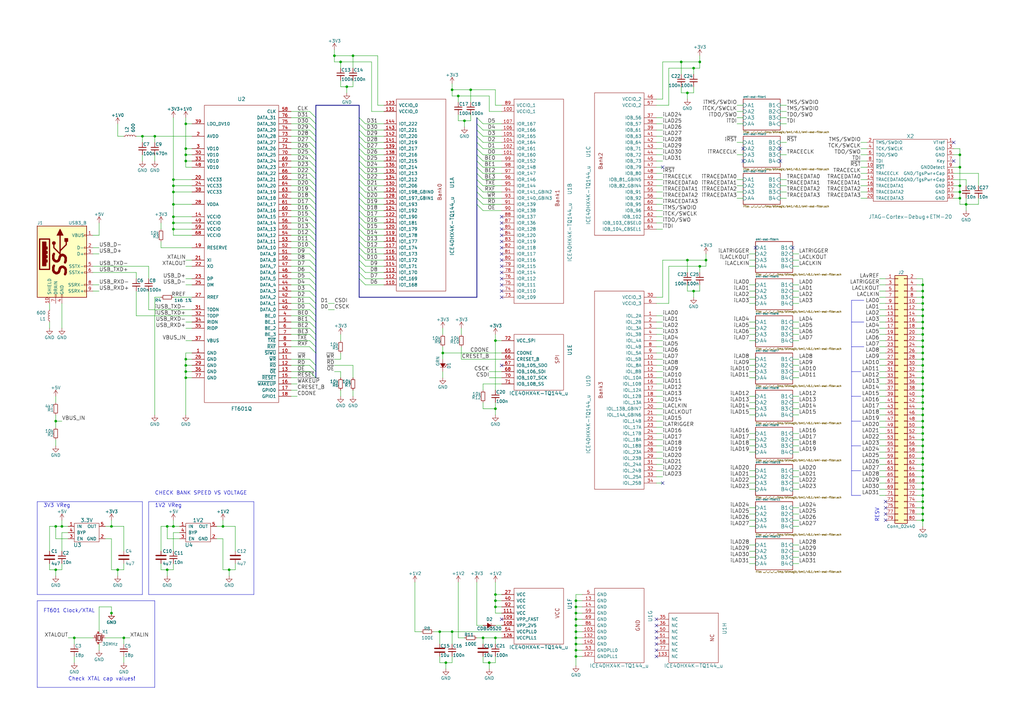
<source format=kicad_sch>
(kicad_sch (version 20230121) (generator eeschema)
  (paper "A3")
  (title_block (title "BitMagic") (rev "V0.1") (company "1BitSquared") (comment 1 "(C) 2017 Piotr Esden-Tempski <piotr@esden.net>") (comment 2 "(C) 2017 1BitSquared <info@1bitsquared.com>") (comment 3 "License: CC-BY-SA V4.0"))
  (junction (at 71.12 78.74))
  (junction (at 200.66 271.78))
  (junction (at 378.46 170.18))
  (junction (at 30.48 261.62))
  (junction (at 378.46 167.64))
  (junction (at 236.22 269.24))
  (junction (at 203.2 243.84))
  (junction (at 378.46 182.88))
  (junction (at 378.46 205.74))
  (junction (at 378.46 165.1))
  (junction (at 378.46 200.66))
  (junction (at 185.42 259.08))
  (junction (at 22.86 172.72))
  (junction (at 144.78 22.86))
  (junction (at 236.22 248.92))
  (junction (at 236.22 251.46))
  (junction (at 378.46 208.28))
  (junction (at 378.46 190.5))
  (junction (at 203.2 261.62))
  (junction (at 378.46 177.8))
  (junction (at 393.7 63.5))
  (junction (at 71.12 83.82))
  (junction (at 378.46 175.26))
  (junction (at 284.48 27.94))
  (junction (at 378.46 152.4))
  (junction (at 187.96 39.37))
  (junction (at 63.5 55.88))
  (junction (at 203.2 248.92))
  (junction (at 378.46 132.08))
  (junction (at 76.2 50.8))
  (junction (at 185.42 36.83))
  (junction (at 181.61 144.78))
  (junction (at 378.46 203.2))
  (junction (at 378.46 139.7))
  (junction (at 281.94 38.1))
  (junction (at 76.2 147.32))
  (junction (at 68.58 233.68))
  (junction (at 378.46 142.24))
  (junction (at 71.12 93.98))
  (junction (at 50.8 261.62))
  (junction (at 139.7 25.4))
  (junction (at 378.46 116.84))
  (junction (at 76.2 66.04))
  (junction (at 378.46 162.56))
  (junction (at 378.46 180.34))
  (junction (at 180.34 259.08))
  (junction (at 378.46 195.58))
  (junction (at 287.02 109.22))
  (junction (at 198.12 261.62))
  (junction (at 393.7 76.2))
  (junction (at 71.12 88.9))
  (junction (at 45.72 215.9))
  (junction (at 378.46 193.04))
  (junction (at 289.56 106.68))
  (junction (at 71.12 76.2))
  (junction (at 279.4 25.4))
  (junction (at 193.04 36.83))
  (junction (at 203.2 139.7))
  (junction (at 236.22 259.08))
  (junction (at 378.46 154.94))
  (junction (at 76.2 63.5))
  (junction (at 93.98 233.68))
  (junction (at 378.46 157.48))
  (junction (at 236.22 264.16))
  (junction (at 287.02 25.4))
  (junction (at 378.46 137.16))
  (junction (at 236.22 256.54))
  (junction (at 378.46 149.86))
  (junction (at 378.46 160.02))
  (junction (at 142.24 35.56))
  (junction (at 45.72 251.46))
  (junction (at 190.5 49.53))
  (junction (at 378.46 187.96))
  (junction (at 236.22 246.38))
  (junction (at 396.24 83.82))
  (junction (at 378.46 198.12))
  (junction (at 48.26 233.68))
  (junction (at 236.22 266.7))
  (junction (at 393.7 78.74))
  (junction (at 76.2 152.4))
  (junction (at 71.12 91.44))
  (junction (at 378.46 129.54))
  (junction (at 378.46 124.46))
  (junction (at 71.12 73.66))
  (junction (at 393.7 68.58))
  (junction (at 236.22 254))
  (junction (at 71.12 215.9))
  (junction (at 378.46 134.62))
  (junction (at 76.2 60.96))
  (junction (at 182.88 271.78))
  (junction (at 203.2 246.38))
  (junction (at 236.22 261.62))
  (junction (at 76.2 154.94))
  (junction (at 378.46 210.82))
  (junction (at 378.46 147.32))
  (junction (at 76.2 149.86))
  (junction (at 378.46 185.42))
  (junction (at 378.46 172.72))
  (junction (at 378.46 213.36))
  (junction (at 378.46 144.78))
  (junction (at 281.94 106.68))
  (junction (at 22.86 233.68))
  (junction (at 284.48 119.38))
  (junction (at 378.46 121.92))
  (junction (at 203.2 167.64))
  (junction (at 58.42 55.88))
  (junction (at 22.86 215.9))
  (junction (at 137.16 22.86))
  (junction (at 393.7 81.28))
  (junction (at 91.44 215.9))
  (junction (at 25.4 215.9))
  (junction (at 378.46 127))
  (junction (at 68.58 215.9))
  (junction (at 378.46 119.38))
  (no_connect (at 269.24 259.08))
  (no_connect (at 363.22 205.74))
  (no_connect (at 271.78 198.12))
  (no_connect (at 205.74 114.3))
  (no_connect (at 269.24 254))
  (no_connect (at 205.74 149.86))
  (no_connect (at 269.24 264.16))
  (no_connect (at 320.04 60.96))
  (no_connect (at 205.74 109.22))
  (no_connect (at 391.16 66.04))
  (no_connect (at 205.74 119.38))
  (no_connect (at 320.04 66.04))
  (no_connect (at 363.22 210.82))
  (no_connect (at 205.74 93.98))
  (no_connect (at 205.74 111.76))
  (no_connect (at 205.74 116.84))
  (no_connect (at 205.74 101.6))
  (no_connect (at 363.22 213.36))
  (no_connect (at 269.24 261.62))
  (no_connect (at 363.22 208.28))
  (no_connect (at 205.74 121.92))
  (no_connect (at 205.74 99.06))
  (no_connect (at 309.88 101.6))
  (no_connect (at 205.74 88.9))
  (no_connect (at 391.16 58.42))
  (no_connect (at 205.74 91.44))
  (no_connect (at 304.8 60.96))
  (no_connect (at 205.74 106.68))
  (no_connect (at 205.74 104.14))
  (no_connect (at 325.12 101.6))
  (no_connect (at 205.74 96.52))
  (no_connect (at 271.78 68.58))
  (no_connect (at 269.24 269.24))
  (no_connect (at 269.24 266.7))
  (no_connect (at 269.24 256.54))
  (no_connect (at 205.74 254))
  (no_connect (at 304.8 66.04))
  (bus_entry (at 195.58 58.42) (size 2.54 2.54))
  (bus_entry (at 147.32 83.82) (size 2.54 2.54))
  (bus_entry (at 127 81.28) (size 2.54 2.54))
  (bus_entry (at 127 88.9) (size 2.54 2.54))
  (bus_entry (at 147.32 73.66) (size 2.54 2.54))
  (bus_entry (at 147.32 106.68) (size 2.54 2.54))
  (bus_entry (at 147.32 68.58) (size 2.54 2.54))
  (bus_entry (at 147.32 55.88) (size 2.54 2.54))
  (bus_entry (at 195.58 53.34) (size 2.54 2.54))
  (bus_entry (at 127 101.6) (size 2.54 2.54))
  (bus_entry (at 147.32 88.9) (size 2.54 2.54))
  (bus_entry (at 127 96.52) (size 2.54 2.54))
  (bus_entry (at 147.32 114.3) (size 2.54 2.54))
  (bus_entry (at 147.32 63.5) (size 2.54 2.54))
  (bus_entry (at 127 142.24) (size 2.54 2.54))
  (bus_entry (at 147.32 60.96) (size 2.54 2.54))
  (bus_entry (at 195.58 71.12) (size 2.54 2.54))
  (bus_entry (at 127 63.5) (size 2.54 2.54))
  (bus_entry (at 127 83.82) (size 2.54 2.54))
  (bus_entry (at 127 134.62) (size 2.54 2.54))
  (bus_entry (at 127 147.32) (size 2.54 2.54))
  (bus_entry (at 147.32 71.12) (size 2.54 2.54))
  (bus_entry (at 127 152.4) (size 2.54 2.54))
  (bus_entry (at 147.32 104.14) (size 2.54 2.54))
  (bus_entry (at 127 104.14) (size 2.54 2.54))
  (bus_entry (at 127 129.54) (size 2.54 2.54))
  (bus_entry (at 127 116.84) (size 2.54 2.54))
  (bus_entry (at 195.58 50.8) (size 2.54 2.54))
  (bus_entry (at 147.32 93.98) (size 2.54 2.54))
  (bus_entry (at 127 53.34) (size 2.54 2.54))
  (bus_entry (at 127 106.68) (size 2.54 2.54))
  (bus_entry (at 127 58.42) (size 2.54 2.54))
  (bus_entry (at 127 93.98) (size 2.54 2.54))
  (bus_entry (at 147.32 109.22) (size 2.54 2.54))
  (bus_entry (at 147.32 48.26) (size 2.54 2.54))
  (bus_entry (at 127 78.74) (size 2.54 2.54))
  (bus_entry (at 127 50.8) (size 2.54 2.54))
  (bus_entry (at 147.32 101.6) (size 2.54 2.54))
  (bus_entry (at 147.32 99.06) (size 2.54 2.54))
  (bus_entry (at 147.32 66.04) (size 2.54 2.54))
  (bus_entry (at 127 68.58) (size 2.54 2.54))
  (bus_entry (at 147.32 96.52) (size 2.54 2.54))
  (bus_entry (at 147.32 111.76) (size 2.54 2.54))
  (bus_entry (at 127 132.08) (size 2.54 2.54))
  (bus_entry (at 147.32 76.2) (size 2.54 2.54))
  (bus_entry (at 195.58 83.82) (size 2.54 2.54))
  (bus_entry (at 127 99.06) (size 2.54 2.54))
  (bus_entry (at 147.32 86.36) (size 2.54 2.54))
  (bus_entry (at 127 121.92) (size 2.54 2.54))
  (bus_entry (at 195.58 48.26) (size 2.54 2.54))
  (bus_entry (at 127 139.7) (size 2.54 2.54))
  (bus_entry (at 127 109.22) (size 2.54 2.54))
  (bus_entry (at 127 124.46) (size 2.54 2.54))
  (bus_entry (at 127 91.44) (size 2.54 2.54))
  (bus_entry (at 147.32 91.44) (size 2.54 2.54))
  (bus_entry (at 127 119.38) (size 2.54 2.54))
  (bus_entry (at 195.58 76.2) (size 2.54 2.54))
  (bus_entry (at 195.58 68.58) (size 2.54 2.54))
  (bus_entry (at 127 60.96) (size 2.54 2.54))
  (bus_entry (at 195.58 81.28) (size 2.54 2.54))
  (bus_entry (at 127 45.72) (size 2.54 2.54))
  (bus_entry (at 195.58 60.96) (size 2.54 2.54))
  (bus_entry (at 127 114.3) (size 2.54 2.54))
  (bus_entry (at 127 149.86) (size 2.54 2.54))
  (bus_entry (at 195.58 73.66) (size 2.54 2.54))
  (bus_entry (at 127 86.36) (size 2.54 2.54))
  (bus_entry (at 127 137.16) (size 2.54 2.54))
  (bus_entry (at 127 73.66) (size 2.54 2.54))
  (bus_entry (at 195.58 55.88) (size 2.54 2.54))
  (bus_entry (at 147.32 53.34) (size 2.54 2.54))
  (bus_entry (at 127 76.2) (size 2.54 2.54))
  (bus_entry (at 127 127) (size 2.54 2.54))
  (bus_entry (at 127 111.76) (size 2.54 2.54))
  (bus_entry (at 195.58 78.74) (size 2.54 2.54))
  (bus_entry (at 127 71.12) (size 2.54 2.54))
  (bus_entry (at 195.58 66.04) (size 2.54 2.54))
  (bus_entry (at 195.58 63.5) (size 2.54 2.54))
  (bus_entry (at 127 55.88) (size 2.54 2.54))
  (bus_entry (at 127 66.04) (size 2.54 2.54))
  (bus_entry (at 147.32 58.42) (size 2.54 2.54))
  (bus_entry (at 147.32 50.8) (size 2.54 2.54))
  (bus_entry (at 127 48.26) (size 2.54 2.54))
  (bus_entry (at 147.32 81.28) (size 2.54 2.54))
  (bus_entry (at 147.32 78.74) (size 2.54 2.54))
  (wire (pts (xy 203.2 165.1) (xy 203.2 167.64)))
  (wire (pts (xy 190.5 49.53) (xy 190.5 52.07)))
  (bus (pts (xy 129.54 106.68) (xy 129.54 109.22)))
  (wire (pts (xy 40.64 248.92) (xy 45.72 248.92)))
  (wire (pts (xy 287.02 27.94) (xy 284.48 27.94)))
  (bus (pts (xy 129.54 60.96) (xy 129.54 63.5)))
  (wire (pts (xy 375.92 147.32) (xy 378.46 147.32)))
  (wire (pts (xy 157.48 71.12) (xy 149.86 71.12)))
  (wire (pts (xy 355.6 73.66) (xy 353.06 73.66)))
  (wire (pts (xy 137.16 22.86) (xy 137.16 25.4)))
  (wire (pts (xy 325.12 121.92) (xy 327.66 121.92)))
  (wire (pts (xy 203.2 36.83) (xy 203.2 43.18)))
  (wire (pts (xy 119.38 58.42) (xy 127 58.42)))
  (wire (pts (xy 309.88 213.36) (xy 307.34 213.36)))
  (wire (pts (xy 269.24 172.72) (xy 271.78 172.72)))
  (wire (pts (xy 40.64 264.16) (xy 40.64 266.7)))
  (wire (pts (xy 378.46 213.36) (xy 378.46 215.9)))
  (wire (pts (xy 375.92 187.96) (xy 378.46 187.96)))
  (wire (pts (xy 119.38 149.86) (xy 127 149.86)))
  (wire (pts (xy 119.38 93.98) (xy 127 93.98)))
  (wire (pts (xy 78.74 93.98) (xy 71.12 93.98)))
  (wire (pts (xy 71.12 78.74) (xy 71.12 83.82)))
  (bus (pts (xy 147.32 96.52) (xy 147.32 99.06)))
  (wire (pts (xy 181.61 144.78) (xy 205.74 144.78)))
  (wire (pts (xy 76.2 106.68) (xy 78.74 106.68)))
  (wire (pts (xy 309.88 109.22) (xy 307.34 109.22)))
  (wire (pts (xy 274.32 43.18) (xy 269.24 43.18)))
  (wire (pts (xy 43.18 261.62) (xy 50.8 261.62)))
  (wire (pts (xy 66.04 215.9) (xy 68.58 215.9)))
  (wire (pts (xy 157.48 55.88) (xy 149.86 55.88)))
  (wire (pts (xy 274.32 109.22) (xy 274.32 124.46)))
  (wire (pts (xy 63.5 121.92) (xy 63.5 170.18)))
  (wire (pts (xy 198.12 53.34) (xy 205.74 53.34)))
  (wire (pts (xy 363.22 121.92) (xy 360.68 121.92)))
  (wire (pts (xy 203.2 271.78) (xy 203.2 269.24)))
  (wire (pts (xy 91.44 215.9) (xy 91.44 213.36)))
  (wire (pts (xy 320.04 50.8) (xy 322.58 50.8)))
  (wire (pts (xy 363.22 147.32) (xy 360.68 147.32)))
  (wire (pts (xy 198.12 76.2) (xy 205.74 76.2)))
  (wire (pts (xy 22.86 180.34) (xy 22.86 182.88)))
  (wire (pts (xy 363.22 116.84) (xy 360.68 116.84)))
  (wire (pts (xy 289.56 109.22) (xy 287.02 109.22)))
  (wire (pts (xy 363.22 114.3) (xy 360.68 114.3)))
  (wire (pts (xy 287.02 25.4) (xy 287.02 27.94)))
  (wire (pts (xy 269.24 134.62) (xy 271.78 134.62)))
  (bus (pts (xy 129.54 152.4) (xy 129.54 154.94)))
  (bus (pts (xy 147.32 91.44) (xy 147.32 93.98)))
  (wire (pts (xy 269.24 139.7) (xy 271.78 139.7)))
  (polyline (pts (xy 349.25 162.56) (xy 353.06 162.56)))
  (wire (pts (xy 269.24 88.9) (xy 271.78 88.9)))
  (wire (pts (xy 325.12 185.42) (xy 327.66 185.42)))
  (wire (pts (xy 60.96 127) (xy 78.74 127)))
  (wire (pts (xy 378.46 165.1) (xy 378.46 167.64)))
  (wire (pts (xy 236.22 264.16) (xy 236.22 266.7)))
  (bus (pts (xy 129.54 101.6) (xy 129.54 104.14)))
  (wire (pts (xy 198.12 261.62) (xy 198.12 264.16)))
  (wire (pts (xy 203.2 139.7) (xy 205.74 139.7)))
  (wire (pts (xy 71.12 218.44) (xy 71.12 226.06)))
  (wire (pts (xy 393.7 78.74) (xy 393.7 81.28)))
  (wire (pts (xy 203.2 261.62) (xy 205.74 261.62)))
  (wire (pts (xy 238.76 254) (xy 236.22 254)))
  (wire (pts (xy 20.32 132.08) (xy 20.32 134.62)))
  (wire (pts (xy 378.46 175.26) (xy 378.46 177.8)))
  (wire (pts (xy 78.74 66.04) (xy 76.2 66.04)))
  (wire (pts (xy 198.12 58.42) (xy 205.74 58.42)))
  (wire (pts (xy 378.46 185.42) (xy 378.46 187.96)))
  (wire (pts (xy 269.24 182.88) (xy 271.78 182.88)))
  (wire (pts (xy 375.92 190.5) (xy 378.46 190.5)))
  (wire (pts (xy 363.22 154.94) (xy 360.68 154.94)))
  (wire (pts (xy 375.92 205.74) (xy 378.46 205.74)))
  (wire (pts (xy 271.78 25.4) (xy 271.78 40.64)))
  (wire (pts (xy 187.96 261.62) (xy 187.96 238.76)))
  (wire (pts (xy 363.22 144.78) (xy 360.68 144.78)))
  (wire (pts (xy 193.04 49.53) (xy 193.04 46.99)))
  (wire (pts (xy 137.16 149.86) (xy 144.78 149.86)))
  (wire (pts (xy 119.38 129.54) (xy 127 129.54)))
  (wire (pts (xy 269.24 129.54) (xy 271.78 129.54)))
  (bus (pts (xy 195.58 76.2) (xy 195.58 73.66)))
  (wire (pts (xy 325.12 195.58) (xy 327.66 195.58)))
  (wire (pts (xy 187.96 39.37) (xy 187.96 41.91)))
  (wire (pts (xy 157.48 66.04) (xy 149.86 66.04)))
  (bus (pts (xy 129.54 63.5) (xy 129.54 66.04)))
  (bus (pts (xy 129.54 78.74) (xy 129.54 81.28)))
  (wire (pts (xy 40.64 96.52) (xy 40.64 91.44)))
  (wire (pts (xy 139.7 25.4) (xy 139.7 27.94)))
  (wire (pts (xy 58.42 55.88) (xy 63.5 55.88)))
  (wire (pts (xy 378.46 132.08) (xy 378.46 134.62)))
  (wire (pts (xy 55.88 55.88) (xy 58.42 55.88)))
  (wire (pts (xy 236.22 254) (xy 236.22 256.54)))
  (wire (pts (xy 287.02 109.22) (xy 287.02 111.76)))
  (wire (pts (xy 325.12 152.4) (xy 327.66 152.4)))
  (wire (pts (xy 63.5 63.5) (xy 63.5 66.04)))
  (wire (pts (xy 269.24 76.2) (xy 271.78 76.2)))
  (wire (pts (xy 142.24 35.56) (xy 144.78 35.56)))
  (wire (pts (xy 119.38 81.28) (xy 127 81.28)))
  (wire (pts (xy 119.38 142.24) (xy 127 142.24)))
  (wire (pts (xy 375.92 157.48) (xy 378.46 157.48)))
  (bus (pts (xy 147.32 43.18) (xy 147.32 48.26)))
  (wire (pts (xy 325.12 132.08) (xy 327.66 132.08)))
  (wire (pts (xy 309.88 208.28) (xy 307.34 208.28)))
  (wire (pts (xy 205.74 157.48) (xy 198.12 157.48)))
  (wire (pts (xy 119.38 106.68) (xy 127 106.68)))
  (wire (pts (xy 287.02 109.22) (xy 274.32 109.22)))
  (wire (pts (xy 325.12 134.62) (xy 327.66 134.62)))
  (bus (pts (xy 147.32 53.34) (xy 147.32 55.88)))
  (bus (pts (xy 129.54 127) (xy 129.54 129.54)))
  (wire (pts (xy 185.42 36.83) (xy 193.04 36.83)))
  (wire (pts (xy 78.74 139.7) (xy 76.2 139.7)))
  (wire (pts (xy 320.04 78.74) (xy 322.58 78.74)))
  (wire (pts (xy 119.38 63.5) (xy 127 63.5)))
  (bus (pts (xy 147.32 101.6) (xy 147.32 104.14)))
  (wire (pts (xy 180.34 271.78) (xy 182.88 271.78)))
  (wire (pts (xy 157.48 78.74) (xy 149.86 78.74)))
  (wire (pts (xy 391.16 60.96) (xy 393.7 60.96)))
  (wire (pts (xy 320.04 76.2) (xy 322.58 76.2)))
  (bus (pts (xy 147.32 93.98) (xy 147.32 96.52)))
  (wire (pts (xy 289.56 104.14) (xy 289.56 106.68)))
  (wire (pts (xy 119.38 60.96) (xy 127 60.96)))
  (wire (pts (xy 320.04 81.28) (xy 322.58 81.28)))
  (wire (pts (xy 304.8 58.42) (xy 302.26 58.42)))
  (wire (pts (xy 50.8 215.9) (xy 50.8 226.06)))
  (wire (pts (xy 43.18 215.9) (xy 45.72 215.9)))
  (wire (pts (xy 269.24 160.02) (xy 271.78 160.02)))
  (wire (pts (xy 378.46 205.74) (xy 378.46 208.28)))
  (wire (pts (xy 157.48 116.84) (xy 149.86 116.84)))
  (wire (pts (xy 236.22 269.24) (xy 236.22 273.05)))
  (wire (pts (xy 355.6 63.5) (xy 353.06 63.5)))
  (wire (pts (xy 325.12 208.28) (xy 327.66 208.28)))
  (bus (pts (xy 147.32 68.58) (xy 147.32 71.12)))
  (wire (pts (xy 355.6 76.2) (xy 353.06 76.2)))
  (wire (pts (xy 71.12 76.2) (xy 71.12 78.74)))
  (wire (pts (xy 401.32 83.82) (xy 401.32 81.28)))
  (wire (pts (xy 378.46 195.58) (xy 378.46 198.12)))
  (wire (pts (xy 203.2 246.38) (xy 203.2 248.92)))
  (wire (pts (xy 43.18 220.98) (xy 45.72 220.98)))
  (wire (pts (xy 198.12 68.58) (xy 205.74 68.58)))
  (wire (pts (xy 91.44 215.9) (xy 96.52 215.9)))
  (wire (pts (xy 325.12 147.32) (xy 327.66 147.32)))
  (wire (pts (xy 375.92 137.16) (xy 378.46 137.16)))
  (bus (pts (xy 195.58 78.74) (xy 195.58 76.2)))
  (bus (pts (xy 147.32 121.92) (xy 195.58 121.92)))
  (wire (pts (xy 363.22 137.16) (xy 360.68 137.16)))
  (wire (pts (xy 325.12 167.64) (xy 327.66 167.64)))
  (wire (pts (xy 50.8 55.88) (xy 48.26 55.88)))
  (wire (pts (xy 236.22 246.38) (xy 236.22 248.92)))
  (wire (pts (xy 309.88 198.12) (xy 307.34 198.12)))
  (wire (pts (xy 119.38 154.94) (xy 121.92 154.94)))
  (wire (pts (xy 375.92 177.8) (xy 378.46 177.8)))
  (wire (pts (xy 76.2 147.32) (xy 76.2 149.86)))
  (wire (pts (xy 96.52 233.68) (xy 96.52 231.14)))
  (wire (pts (xy 50.8 261.62) (xy 50.8 264.16)))
  (wire (pts (xy 157.48 73.66) (xy 149.86 73.66)))
  (wire (pts (xy 375.92 167.64) (xy 378.46 167.64)))
  (bus (pts (xy 129.54 55.88) (xy 129.54 58.42)))
  (bus (pts (xy 147.32 81.28) (xy 147.32 83.82)))
  (wire (pts (xy 45.72 233.68) (xy 48.26 233.68)))
  (wire (pts (xy 375.92 162.56) (xy 378.46 162.56)))
  (wire (pts (xy 269.24 170.18) (xy 271.78 170.18)))
  (wire (pts (xy 378.46 149.86) (xy 378.46 152.4)))
  (wire (pts (xy 119.38 71.12) (xy 127 71.12)))
  (bus (pts (xy 129.54 137.16) (xy 129.54 139.7)))
  (wire (pts (xy 304.8 78.74) (xy 302.26 78.74)))
  (wire (pts (xy 20.32 233.68) (xy 22.86 233.68)))
  (wire (pts (xy 78.74 73.66) (xy 71.12 73.66)))
  (polyline (pts (xy 349.25 193.04) (xy 353.06 193.04)))
  (wire (pts (xy 119.38 50.8) (xy 127 50.8)))
  (wire (pts (xy 325.12 162.56) (xy 327.66 162.56)))
  (wire (pts (xy 45.72 220.98) (xy 45.72 233.68)))
  (wire (pts (xy 185.42 34.29) (xy 185.42 36.83)))
  (wire (pts (xy 325.12 180.34) (xy 327.66 180.34)))
  (wire (pts (xy 375.92 182.88) (xy 378.46 182.88)))
  (bus (pts (xy 147.32 71.12) (xy 147.32 73.66)))
  (wire (pts (xy 198.12 269.24) (xy 198.12 271.78)))
  (wire (pts (xy 157.48 68.58) (xy 149.86 68.58)))
  (wire (pts (xy 238.76 269.24) (xy 236.22 269.24)))
  (polyline (pts (xy 63.5 281.94) (xy 15.24 281.94)))
  (wire (pts (xy 309.88 121.92) (xy 307.34 121.92)))
  (wire (pts (xy 378.46 124.46) (xy 378.46 127)))
  (wire (pts (xy 27.94 220.98) (xy 22.86 220.98)))
  (wire (pts (xy 119.38 99.06) (xy 127 99.06)))
  (wire (pts (xy 190.5 49.53) (xy 193.04 49.53)))
  (wire (pts (xy 139.7 35.56) (xy 142.24 35.56)))
  (wire (pts (xy 378.46 147.32) (xy 378.46 149.86)))
  (wire (pts (xy 76.2 152.4) (xy 76.2 154.94)))
  (wire (pts (xy 375.92 175.26) (xy 378.46 175.26)))
  (wire (pts (xy 269.24 142.24) (xy 271.78 142.24)))
  (wire (pts (xy 139.7 160.02) (xy 139.7 162.56)))
  (wire (pts (xy 269.24 58.42) (xy 271.78 58.42)))
  (wire (pts (xy 236.22 261.62) (xy 236.22 264.16)))
  (wire (pts (xy 71.12 233.68) (xy 71.12 231.14)))
  (wire (pts (xy 119.38 139.7) (xy 127 139.7)))
  (wire (pts (xy 360.68 142.24) (xy 363.22 142.24)))
  (wire (pts (xy 73.66 220.98) (xy 68.58 220.98)))
  (bus (pts (xy 129.54 109.22) (xy 129.54 111.76)))
  (wire (pts (xy 22.86 172.72) (xy 22.86 175.26)))
  (wire (pts (xy 378.46 139.7) (xy 378.46 142.24)))
  (wire (pts (xy 309.88 149.86) (xy 307.34 149.86)))
  (wire (pts (xy 375.92 198.12) (xy 378.46 198.12)))
  (wire (pts (xy 119.38 55.88) (xy 127 55.88)))
  (wire (pts (xy 30.48 261.62) (xy 30.48 264.16)))
  (wire (pts (xy 375.92 185.42) (xy 378.46 185.42)))
  (bus (pts (xy 129.54 43.18) (xy 129.54 48.26)))
  (wire (pts (xy 378.46 142.24) (xy 378.46 144.78)))
  (wire (pts (xy 119.38 68.58) (xy 127 68.58)))
  (wire (pts (xy 177.8 259.08) (xy 180.34 259.08)))
  (wire (pts (xy 269.24 187.96) (xy 271.78 187.96)))
  (wire (pts (xy 119.38 91.44) (xy 127 91.44)))
  (wire (pts (xy 152.4 45.72) (xy 157.48 45.72)))
  (wire (pts (xy 189.23 137.16) (xy 189.23 134.62)))
  (bus (pts (xy 195.58 58.42) (xy 195.58 55.88)))
  (wire (pts (xy 281.94 106.68) (xy 289.56 106.68)))
  (wire (pts (xy 238.76 248.92) (xy 236.22 248.92)))
  (wire (pts (xy 198.12 50.8) (xy 205.74 50.8)))
  (wire (pts (xy 71.12 93.98) (xy 71.12 96.52)))
  (wire (pts (xy 181.61 152.4) (xy 181.61 154.94)))
  (wire (pts (xy 378.46 177.8) (xy 378.46 180.34)))
  (wire (pts (xy 78.74 121.92) (xy 71.12 121.92)))
  (polyline (pts (xy 58.42 243.84) (xy 15.24 243.84)))
  (wire (pts (xy 269.24 86.36) (xy 271.78 86.36)))
  (wire (pts (xy 78.74 91.44) (xy 71.12 91.44)))
  (wire (pts (xy 309.88 223.52) (xy 307.34 223.52)))
  (wire (pts (xy 119.38 124.46) (xy 127 124.46)))
  (wire (pts (xy 325.12 137.16) (xy 327.66 137.16)))
  (wire (pts (xy 27.94 261.62) (xy 30.48 261.62)))
  (wire (pts (xy 71.12 73.66) (xy 71.12 76.2)))
  (wire (pts (xy 236.22 243.84) (xy 236.22 246.38)))
  (wire (pts (xy 274.32 27.94) (xy 274.32 43.18)))
  (wire (pts (xy 119.38 66.04) (xy 127 66.04)))
  (wire (pts (xy 157.48 104.14) (xy 149.86 104.14)))
  (wire (pts (xy 181.61 134.62) (xy 181.61 137.16)))
  (wire (pts (xy 271.78 106.68) (xy 281.94 106.68)))
  (wire (pts (xy 119.38 134.62) (xy 127 134.62)))
  (bus (pts (xy 147.32 83.82) (xy 147.32 86.36)))
  (wire (pts (xy 378.46 162.56) (xy 378.46 165.1)))
  (wire (pts (xy 144.78 22.86) (xy 144.78 27.94)))
  (bus (pts (xy 147.32 86.36) (xy 147.32 88.9)))
  (wire (pts (xy 378.46 160.02) (xy 378.46 162.56)))
  (polyline (pts (xy 15.24 243.84) (xy 15.24 205.74)))
  (wire (pts (xy 269.24 165.1) (xy 271.78 165.1)))
  (wire (pts (xy 378.46 144.78) (xy 375.92 144.78)))
  (wire (pts (xy 50.8 261.62) (xy 53.34 261.62)))
  (wire (pts (xy 25.4 218.44) (xy 25.4 226.06)))
  (bus (pts (xy 129.54 66.04) (xy 129.54 68.58)))
  (wire (pts (xy 200.66 271.78) (xy 200.66 274.32)))
  (wire (pts (xy 27.94 218.44) (xy 25.4 218.44)))
  (wire (pts (xy 185.42 36.83) (xy 185.42 39.37)))
  (wire (pts (xy 375.92 180.34) (xy 378.46 180.34)))
  (wire (pts (xy 71.12 215.9) (xy 71.12 213.36)))
  (wire (pts (xy 391.16 73.66) (xy 396.24 73.66)))
  (wire (pts (xy 203.2 139.7) (xy 203.2 160.02)))
  (wire (pts (xy 363.22 119.38) (xy 360.68 119.38)))
  (wire (pts (xy 269.24 144.78) (xy 271.78 144.78)))
  (bus (pts (xy 195.58 121.92) (xy 195.58 83.82)))
  (wire (pts (xy 269.24 149.86) (xy 271.78 149.86)))
  (bus (pts (xy 129.54 76.2) (xy 129.54 78.74)))
  (wire (pts (xy 152.4 25.4) (xy 152.4 45.72)))
  (bus (pts (xy 195.58 71.12) (xy 195.58 68.58)))
  (wire (pts (xy 38.1 119.38) (xy 40.64 119.38)))
  (wire (pts (xy 284.48 119.38) (xy 284.48 121.92)))
  (wire (pts (xy 198.12 60.96) (xy 205.74 60.96)))
  (wire (pts (xy 375.92 129.54) (xy 378.46 129.54)))
  (wire (pts (xy 284.48 27.94) (xy 274.32 27.94)))
  (wire (pts (xy 375.92 119.38) (xy 378.46 119.38)))
  (wire (pts (xy 269.24 195.58) (xy 271.78 195.58)))
  (wire (pts (xy 375.92 139.7) (xy 378.46 139.7)))
  (wire (pts (xy 378.46 134.62) (xy 378.46 137.16)))
  (bus (pts (xy 129.54 68.58) (xy 129.54 71.12)))
  (wire (pts (xy 154.94 22.86) (xy 154.94 43.18)))
  (wire (pts (xy 281.94 106.68) (xy 281.94 111.76)))
  (wire (pts (xy 137.16 25.4) (xy 139.7 25.4)))
  (wire (pts (xy 71.12 215.9) (xy 73.66 215.9)))
  (wire (pts (xy 309.88 231.14) (xy 307.34 231.14)))
  (wire (pts (xy 157.48 99.06) (xy 149.86 99.06)))
  (wire (pts (xy 325.12 182.88) (xy 327.66 182.88)))
  (wire (pts (xy 22.86 215.9) (xy 25.4 215.9)))
  (bus (pts (xy 147.32 111.76) (xy 147.32 114.3)))
  (wire (pts (xy 78.74 109.22) (xy 76.2 109.22)))
  (wire (pts (xy 269.24 53.34) (xy 271.78 53.34)))
  (wire (pts (xy 91.44 220.98) (xy 91.44 233.68)))
  (bus (pts (xy 147.32 76.2) (xy 147.32 78.74)))
  (wire (pts (xy 363.22 180.34) (xy 360.68 180.34)))
  (wire (pts (xy 304.8 63.5) (xy 302.26 63.5)))
  (wire (pts (xy 119.38 76.2) (xy 127 76.2)))
  (wire (pts (xy 68.58 233.68) (xy 71.12 233.68)))
  (wire (pts (xy 378.46 121.92) (xy 378.46 124.46)))
  (wire (pts (xy 378.46 170.18) (xy 378.46 172.72)))
  (wire (pts (xy 320.04 63.5) (xy 322.58 63.5)))
  (bus (pts (xy 129.54 50.8) (xy 129.54 53.34)))
  (polyline (pts (xy 104.14 243.84) (xy 60.96 243.84)))
  (wire (pts (xy 360.68 132.08) (xy 363.22 132.08)))
  (bus (pts (xy 129.54 53.34) (xy 129.54 55.88)))
  (wire (pts (xy 363.22 195.58) (xy 360.68 195.58)))
  (wire (pts (xy 396.24 83.82) (xy 401.32 83.82)))
  (wire (pts (xy 182.88 271.78) (xy 185.42 271.78)))
  (wire (pts (xy 63.5 55.88) (xy 78.74 55.88)))
  (wire (pts (xy 309.88 167.64) (xy 307.34 167.64)))
  (wire (pts (xy 38.1 111.76) (xy 55.88 111.76)))
  (bus (pts (xy 129.54 111.76) (xy 129.54 114.3)))
  (wire (pts (xy 304.8 43.18) (xy 302.26 43.18)))
  (wire (pts (xy 22.86 172.72) (xy 25.4 172.72)))
  (wire (pts (xy 269.24 132.08) (xy 271.78 132.08)))
  (bus (pts (xy 195.58 81.28) (xy 195.58 78.74)))
  (bus (pts (xy 147.32 66.04) (xy 147.32 68.58)))
  (bus (pts (xy 129.54 144.78) (xy 129.54 149.86)))
  (wire (pts (xy 375.92 160.02) (xy 378.46 160.02)))
  (wire (pts (xy 279.4 25.4) (xy 287.02 25.4)))
  (wire (pts (xy 304.8 73.66) (xy 302.26 73.66)))
  (wire (pts (xy 144.78 35.56) (xy 144.78 33.02)))
  (wire (pts (xy 355.6 60.96) (xy 353.06 60.96)))
  (wire (pts (xy 375.92 116.84) (xy 378.46 116.84)))
  (wire (pts (xy 157.48 86.36) (xy 149.86 86.36)))
  (polyline (pts (xy 349.25 152.4) (xy 353.06 152.4)))
  (bus (pts (xy 147.32 63.5) (xy 147.32 66.04)))
  (wire (pts (xy 375.92 200.66) (xy 378.46 200.66)))
  (wire (pts (xy 378.46 190.5) (xy 378.46 193.04)))
  (wire (pts (xy 363.22 193.04) (xy 360.68 193.04)))
  (wire (pts (xy 78.74 154.94) (xy 76.2 154.94)))
  (wire (pts (xy 22.86 233.68) (xy 25.4 233.68)))
  (wire (pts (xy 378.46 203.2) (xy 378.46 205.74)))
  (wire (pts (xy 378.46 167.64) (xy 378.46 170.18)))
  (wire (pts (xy 271.78 40.64) (xy 269.24 40.64)))
  (polyline (pts (xy 15.24 246.38) (xy 63.5 246.38)))
  (wire (pts (xy 139.7 33.02) (xy 139.7 35.56)))
  (wire (pts (xy 378.46 124.46) (xy 375.92 124.46)))
  (bus (pts (xy 129.54 99.06) (xy 129.54 101.6)))
  (wire (pts (xy 284.48 27.94) (xy 284.48 30.48)))
  (wire (pts (xy 200.66 45.72) (xy 205.74 45.72)))
  (polyline (pts (xy 349.25 182.88) (xy 353.06 182.88)))
  (wire (pts (xy 281.94 119.38) (xy 281.94 116.84)))
  (wire (pts (xy 157.48 53.34) (xy 149.86 53.34)))
  (wire (pts (xy 378.46 114.3) (xy 378.46 116.84)))
  (bus (pts (xy 147.32 78.74) (xy 147.32 81.28)))
  (wire (pts (xy 309.88 182.88) (xy 307.34 182.88)))
  (bus (pts (xy 147.32 60.96) (xy 147.32 63.5)))
  (wire (pts (xy 48.26 233.68) (xy 50.8 233.68)))
  (wire (pts (xy 66.04 233.68) (xy 68.58 233.68)))
  (wire (pts (xy 269.24 83.82) (xy 271.78 83.82)))
  (wire (pts (xy 119.38 45.72) (xy 127 45.72)))
  (wire (pts (xy 119.38 96.52) (xy 127 96.52)))
  (polyline (pts (xy 349.25 203.2) (xy 353.06 203.2)))
  (wire (pts (xy 195.58 261.62) (xy 198.12 261.62)))
  (bus (pts (xy 147.32 99.06) (xy 147.32 101.6)))
  (wire (pts (xy 185.42 39.37) (xy 187.96 39.37)))
  (wire (pts (xy 189.23 147.32) (xy 189.23 142.24)))
  (wire (pts (xy 157.48 58.42) (xy 149.86 58.42)))
  (wire (pts (xy 66.04 93.98) (xy 66.04 91.44)))
  (wire (pts (xy 137.16 22.86) (xy 144.78 22.86)))
  (bus (pts (xy 147.32 48.26) (xy 147.32 50.8)))
  (bus (pts (xy 147.32 88.9) (xy 147.32 91.44)))
  (wire (pts (xy 198.12 256.54) (xy 195.58 256.54)))
  (wire (pts (xy 119.38 111.76) (xy 127 111.76)))
  (wire (pts (xy 198.12 86.36) (xy 205.74 86.36)))
  (wire (pts (xy 360.68 149.86) (xy 363.22 149.86)))
  (wire (pts (xy 157.48 101.6) (xy 149.86 101.6)))
  (wire (pts (xy 22.86 233.68) (xy 22.86 236.22)))
  (wire (pts (xy 76.2 149.86) (xy 76.2 152.4)))
  (wire (pts (xy 269.24 198.12) (xy 271.78 198.12)))
  (wire (pts (xy 119.38 83.82) (xy 127 83.82)))
  (wire (pts (xy 78.74 60.96) (xy 76.2 60.96)))
  (wire (pts (xy 198.12 157.48) (xy 198.12 160.02)))
  (wire (pts (xy 269.24 81.28) (xy 271.78 81.28)))
  (wire (pts (xy 391.16 76.2) (xy 393.7 76.2)))
  (wire (pts (xy 325.12 223.52) (xy 327.66 223.52)))
  (wire (pts (xy 269.24 157.48) (xy 271.78 157.48)))
  (wire (pts (xy 157.48 93.98) (xy 149.86 93.98)))
  (wire (pts (xy 25.4 215.9) (xy 25.4 213.36)))
  (wire (pts (xy 391.16 71.12) (xy 401.32 71.12)))
  (wire (pts (xy 22.86 162.56) (xy 22.86 165.1)))
  (wire (pts (xy 119.38 104.14) (xy 127 104.14)))
  (wire (pts (xy 78.74 78.74) (xy 71.12 78.74)))
  (bus (pts (xy 195.58 50.8) (xy 195.58 48.26)))
  (wire (pts (xy 76.2 144.78) (xy 76.2 147.32)))
  (wire (pts (xy 144.78 160.02) (xy 144.78 162.56)))
  (wire (pts (xy 20.32 215.9) (xy 22.86 215.9)))
  (wire (pts (xy 378.46 165.1) (xy 375.92 165.1)))
  (bus (pts (xy 129.54 132.08) (xy 129.54 134.62)))
  (wire (pts (xy 309.88 170.18) (xy 307.34 170.18)))
  (wire (pts (xy 76.2 48.26) (xy 76.2 50.8)))
  (wire (pts (xy 119.38 152.4) (xy 127 152.4)))
  (wire (pts (xy 78.74 134.62) (xy 76.2 134.62)))
  (wire (pts (xy 76.2 66.04) (xy 76.2 68.58)))
  (wire (pts (xy 269.24 162.56) (xy 271.78 162.56)))
  (wire (pts (xy 66.04 121.92) (xy 63.5 121.92)))
  (wire (pts (xy 50.8 269.24) (xy 50.8 271.78)))
  (wire (pts (xy 119.38 160.02) (xy 121.92 160.02)))
  (bus (pts (xy 147.32 104.14) (xy 147.32 106.68)))
  (wire (pts (xy 325.12 116.84) (xy 327.66 116.84)))
  (wire (pts (xy 20.32 124.46) (xy 20.32 127)))
  (wire (pts (xy 119.38 132.08) (xy 127 132.08)))
  (wire (pts (xy 375.92 149.86) (xy 378.46 149.86)))
  (wire (pts (xy 154.94 43.18) (xy 157.48 43.18)))
  (wire (pts (xy 269.24 73.66) (xy 271.78 73.66)))
  (wire (pts (xy 157.48 50.8) (xy 149.86 50.8)))
  (wire (pts (xy 363.22 187.96) (xy 360.68 187.96)))
  (wire (pts (xy 309.88 210.82) (xy 307.34 210.82)))
  (wire (pts (xy 139.7 25.4) (xy 152.4 25.4)))
  (wire (pts (xy 93.98 233.68) (xy 96.52 233.68)))
  (wire (pts (xy 119.38 162.56) (xy 121.92 162.56)))
  (wire (pts (xy 355.6 71.12) (xy 353.06 71.12)))
  (wire (pts (xy 93.98 233.68) (xy 93.98 236.22)))
  (wire (pts (xy 378.46 152.4) (xy 378.46 154.94)))
  (wire (pts (xy 375.92 195.58) (xy 378.46 195.58)))
  (wire (pts (xy 181.61 142.24) (xy 181.61 144.78)))
  (wire (pts (xy 309.88 180.34) (xy 307.34 180.34)))
  (wire (pts (xy 236.22 259.08) (xy 236.22 261.62)))
  (wire (pts (xy 378.46 187.96) (xy 378.46 190.5)))
  (wire (pts (xy 63.5 58.42) (xy 63.5 55.88)))
  (wire (pts (xy 309.88 137.16) (xy 307.34 137.16)))
  (wire (pts (xy 309.88 106.68) (xy 307.34 106.68)))
  (wire (pts (xy 22.86 220.98) (xy 22.86 215.9)))
  (wire (pts (xy 378.46 157.48) (xy 378.46 160.02)))
  (wire (pts (xy 203.2 248.92) (xy 205.74 248.92)))
  (wire (pts (xy 205.74 154.94) (xy 200.66 154.94)))
  (wire (pts (xy 137.16 147.32) (xy 139.7 147.32)))
  (wire (pts (xy 284.48 119.38) (xy 287.02 119.38)))
  (wire (pts (xy 71.12 83.82) (xy 71.12 88.9)))
  (wire (pts (xy 309.88 147.32) (xy 307.34 147.32)))
  (bus (pts (xy 129.54 58.42) (xy 129.54 60.96)))
  (wire (pts (xy 119.38 78.74) (xy 127 78.74)))
  (polyline (pts (xy 104.14 205.74) (xy 104.14 243.84)))
  (wire (pts (xy 391.16 78.74) (xy 393.7 78.74)))
  (wire (pts (xy 269.24 60.96) (xy 271.78 60.96)))
  (wire (pts (xy 309.88 116.84) (xy 307.34 116.84)))
  (wire (pts (xy 144.78 22.86) (xy 154.94 22.86)))
  (wire (pts (xy 287.02 119.38) (xy 287.02 116.84)))
  (wire (pts (xy 327.66 165.1) (xy 325.12 165.1)))
  (wire (pts (xy 238.76 266.7) (xy 236.22 266.7)))
  (wire (pts (xy 172.72 259.08) (xy 170.18 259.08)))
  (wire (pts (xy 238.76 264.16) (xy 236.22 264.16)))
  (wire (pts (xy 281.94 38.1) (xy 284.48 38.1)))
  (wire (pts (xy 119.38 114.3) (xy 127 114.3)))
  (wire (pts (xy 363.22 157.48) (xy 360.68 157.48)))
  (wire (pts (xy 139.7 147.32) (xy 139.7 144.78)))
  (wire (pts (xy 327.66 109.22) (xy 325.12 109.22)))
  (wire (pts (xy 320.04 45.72) (xy 322.58 45.72)))
  (wire (pts (xy 55.88 111.76) (xy 55.88 114.3)))
  (wire (pts (xy 269.24 193.04) (xy 271.78 193.04)))
  (bus (pts (xy 129.54 124.46) (xy 129.54 127)))
  (wire (pts (xy 193.04 36.83) (xy 203.2 36.83)))
  (wire (pts (xy 269.24 175.26) (xy 271.78 175.26)))
  (wire (pts (xy 378.46 127) (xy 378.46 129.54)))
  (wire (pts (xy 78.74 144.78) (xy 76.2 144.78)))
  (wire (pts (xy 185.42 271.78) (xy 185.42 269.24)))
  (wire (pts (xy 60.96 119.38) (xy 60.96 127)))
  (wire (pts (xy 203.2 243.84) (xy 203.2 246.38)))
  (wire (pts (xy 139.7 139.7) (xy 139.7 137.16)))
  (wire (pts (xy 269.24 185.42) (xy 271.78 185.42)))
  (wire (pts (xy 363.22 175.26) (xy 360.68 175.26)))
  (wire (pts (xy 304.8 45.72) (xy 302.26 45.72)))
  (bus (pts (xy 195.58 53.34) (xy 195.58 50.8)))
  (wire (pts (xy 309.88 215.9) (xy 307.34 215.9)))
  (wire (pts (xy 355.6 66.04) (xy 353.06 66.04)))
  (wire (pts (xy 269.24 71.12) (xy 271.78 71.12)))
  (wire (pts (xy 363.22 167.64) (xy 360.68 167.64)))
  (bus (pts (xy 195.58 60.96) (xy 195.58 58.42)))
  (wire (pts (xy 238.76 256.54) (xy 236.22 256.54)))
  (wire (pts (xy 203.2 248.92) (xy 203.2 251.46)))
  (wire (pts (xy 78.74 152.4) (xy 76.2 152.4)))
  (wire (pts (xy 198.12 165.1) (xy 198.12 167.64)))
  (wire (pts (xy 198.12 73.66) (xy 205.74 73.66)))
  (wire (pts (xy 269.24 48.26) (xy 271.78 48.26)))
  (wire (pts (xy 22.86 170.18) (xy 22.86 172.72)))
  (wire (pts (xy 58.42 63.5) (xy 58.42 66.04)))
  (polyline (pts (xy 349.25 172.72) (xy 353.06 172.72)))
  (polyline (pts (xy 60.96 243.84) (xy 60.96 205.74)))
  (wire (pts (xy 205.74 243.84) (xy 203.2 243.84)))
  (polyline (pts (xy 354.33 123.19) (xy 349.25 123.19)))
  (wire (pts (xy 309.88 104.14) (xy 307.34 104.14)))
  (wire (pts (xy 304.8 81.28) (xy 302.26 81.28)))
  (wire (pts (xy 38.1 109.22) (xy 60.96 109.22)))
  (bus (pts (xy 129.54 149.86) (xy 129.54 152.4)))
  (wire (pts (xy 45.72 248.92) (xy 45.72 251.46)))
  (wire (pts (xy 157.48 106.68) (xy 149.86 106.68)))
  (wire (pts (xy 393.7 83.82) (xy 396.24 83.82)))
  (bus (pts (xy 129.54 114.3) (xy 129.54 116.84)))
  (wire (pts (xy 187.96 39.37) (xy 200.66 39.37)))
  (bus (pts (xy 129.54 142.24) (xy 129.54 144.78)))
  (wire (pts (xy 375.92 127) (xy 378.46 127)))
  (wire (pts (xy 325.12 193.04) (xy 327.66 193.04)))
  (polyline (pts (xy 60.96 205.74) (xy 104.14 205.74)))
  (wire (pts (xy 325.12 106.68) (xy 327.66 106.68)))
  (wire (pts (xy 96.52 215.9) (xy 96.52 226.06)))
  (wire (pts (xy 119.38 88.9) (xy 127 88.9)))
  (wire (pts (xy 309.88 200.66) (xy 307.34 200.66)))
  (wire (pts (xy 393.7 63.5) (xy 393.7 68.58)))
  (bus (pts (xy 147.32 58.42) (xy 147.32 60.96)))
  (wire (pts (xy 309.88 162.56) (xy 307.34 162.56)))
  (wire (pts (xy 78.74 88.9) (xy 71.12 88.9)))
  (wire (pts (xy 360.68 129.54) (xy 363.22 129.54)))
  (wire (pts (xy 200.66 39.37) (xy 200.66 45.72)))
  (wire (pts (xy 180.34 259.08) (xy 180.34 264.16)))
  (wire (pts (xy 269.24 190.5) (xy 271.78 190.5)))
  (wire (pts (xy 325.12 226.06) (xy 327.66 226.06)))
  (wire (pts (xy 119.38 119.38) (xy 127 119.38)))
  (wire (pts (xy 309.88 134.62) (xy 307.34 134.62)))
  (wire (pts (xy 157.48 91.44) (xy 149.86 91.44)))
  (wire (pts (xy 287.02 22.86) (xy 287.02 25.4)))
  (wire (pts (xy 269.24 68.58) (xy 271.78 68.58)))
  (wire (pts (xy 170.18 259.08) (xy 170.18 238.76)))
  (bus (pts (xy 129.54 71.12) (xy 129.54 73.66)))
  (wire (pts (xy 119.38 137.16) (xy 127 137.16)))
  (bus (pts (xy 129.54 104.14) (xy 129.54 106.68)))
  (polyline (pts (xy 15.24 205.74) (xy 58.42 205.74)))
  (wire (pts (xy 375.92 170.18) (xy 378.46 170.18)))
  (wire (pts (xy 200.66 271.78) (xy 203.2 271.78)))
  (wire (pts (xy 269.24 78.74) (xy 271.78 78.74)))
  (wire (pts (xy 378.46 210.82) (xy 378.46 213.36)))
  (wire (pts (xy 198.12 66.04) (xy 205.74 66.04)))
  (wire (pts (xy 198.12 63.5) (xy 205.74 63.5)))
  (wire (pts (xy 325.12 124.46) (xy 327.66 124.46)))
  (polyline (pts (xy 63.5 246.38) (xy 63.5 281.94)))
  (wire (pts (xy 48.26 233.68) (xy 48.26 236.22)))
  (wire (pts (xy 68.58 215.9) (xy 71.12 215.9)))
  (wire (pts (xy 363.22 185.42) (xy 360.68 185.42)))
  (wire (pts (xy 304.8 50.8) (xy 302.26 50.8)))
  (wire (pts (xy 279.4 25.4) (xy 279.4 30.48)))
  (wire (pts (xy 137.16 152.4) (xy 139.7 152.4)))
  (wire (pts (xy 195.58 256.54) (xy 195.58 238.76)))
  (wire (pts (xy 309.88 152.4) (xy 307.34 152.4)))
  (bus (pts (xy 195.58 55.88) (xy 195.58 53.34)))
  (wire (pts (xy 396.24 83.82) (xy 396.24 86.36)))
  (wire (pts (xy 269.24 55.88) (xy 271.78 55.88)))
  (wire (pts (xy 38.1 104.14) (xy 40.64 104.14)))
  (bus (pts (xy 129.54 88.9) (xy 129.54 91.44)))
  (wire (pts (xy 68.58 220.98) (xy 68.58 215.9)))
  (wire (pts (xy 325.12 149.86) (xy 327.66 149.86)))
  (wire (pts (xy 205.74 152.4) (xy 200.66 152.4)))
  (wire (pts (xy 25.4 124.46) (xy 25.4 134.62)))
  (wire (pts (xy 238.76 259.08) (xy 236.22 259.08)))
  (wire (pts (xy 320.04 48.26) (xy 322.58 48.26)))
  (wire (pts (xy 309.88 228.6) (xy 307.34 228.6)))
  (wire (pts (xy 119.38 127) (xy 127 127)))
  (wire (pts (xy 78.74 149.86) (xy 76.2 149.86)))
  (wire (pts (xy 325.12 210.82) (xy 327.66 210.82)))
  (wire (pts (xy 325.12 139.7) (xy 327.66 139.7)))
  (wire (pts (xy 38.1 116.84) (xy 40.64 116.84)))
  (wire (pts (xy 20.32 231.14) (xy 20.32 233.68)))
  (wire (pts (xy 325.12 154.94) (xy 327.66 154.94)))
  (wire (pts (xy 78.74 132.08) (xy 76.2 132.08)))
  (wire (pts (xy 378.46 193.04) (xy 378.46 195.58)))
  (wire (pts (xy 187.96 46.99) (xy 187.96 49.53)))
  (bus (pts (xy 129.54 121.92) (xy 129.54 124.46)))
  (wire (pts (xy 269.24 66.04) (xy 271.78 66.04)))
  (wire (pts (xy 375.92 172.72) (xy 378.46 172.72)))
  (wire (pts (xy 325.12 200.66) (xy 327.66 200.66)))
  (wire (pts (xy 30.48 269.24) (xy 30.48 271.78)))
  (wire (pts (xy 119.38 109.22) (xy 127 109.22)))
  (wire (pts (xy 198.12 83.82) (xy 205.74 83.82)))
  (wire (pts (xy 203.2 238.76) (xy 203.2 243.84)))
  (bus (pts (xy 147.32 109.22) (xy 147.32 111.76)))
  (wire (pts (xy 363.22 190.5) (xy 360.68 190.5)))
  (wire (pts (xy 375.92 114.3) (xy 378.46 114.3)))
  (wire (pts (xy 119.38 157.48) (xy 121.92 157.48)))
  (wire (pts (xy 180.34 259.08) (xy 185.42 259.08)))
  (wire (pts (xy 271.78 121.92) (xy 269.24 121.92)))
  (wire (pts (xy 157.48 109.22) (xy 149.86 109.22)))
  (bus (pts (xy 129.54 129.54) (xy 129.54 132.08)))
  (bus (pts (xy 147.32 43.18) (xy 129.54 43.18)))
  (wire (pts (xy 238.76 251.46) (xy 236.22 251.46)))
  (wire (pts (xy 363.22 198.12) (xy 360.68 198.12)))
  (bus (pts (xy 195.58 73.66) (xy 195.58 71.12)))
  (wire (pts (xy 60.96 109.22) (xy 60.96 114.3)))
  (wire (pts (xy 238.76 246.38) (xy 236.22 246.38)))
  (wire (pts (xy 119.38 116.84) (xy 127 116.84)))
  (polyline (pts (xy 349.25 132.08) (xy 354.33 132.08)))
  (wire (pts (xy 66.04 99.06) (xy 66.04 101.6)))
  (wire (pts (xy 391.16 63.5) (xy 393.7 63.5)))
  (wire (pts (xy 203.2 246.38) (xy 205.74 246.38)))
  (wire (pts (xy 157.48 81.28) (xy 149.86 81.28)))
  (wire (pts (xy 393.7 81.28) (xy 393.7 83.82)))
  (polyline (pts (xy 349.25 123.19) (xy 349.25 203.2)))
  (wire (pts (xy 309.88 132.08) (xy 307.34 132.08)))
  (wire (pts (xy 309.88 177.8) (xy 307.34 177.8)))
  (wire (pts (xy 119.38 53.34) (xy 127 53.34)))
  (wire (pts (xy 304.8 76.2) (xy 302.26 76.2)))
  (wire (pts (xy 378.46 180.34) (xy 378.46 182.88)))
  (wire (pts (xy 309.88 185.42) (xy 307.34 185.42)))
  (bus (pts (xy 195.58 68.58) (xy 195.58 66.04)))
  (wire (pts (xy 119.38 86.36) (xy 127 86.36)))
  (wire (pts (xy 375.92 210.82) (xy 378.46 210.82)))
  (wire (pts (xy 269.24 167.64) (xy 271.78 167.64)))
  (wire (pts (xy 281.94 38.1) (xy 281.94 40.64)))
  (wire (pts (xy 401.32 71.12) (xy 401.32 76.2)))
  (wire (pts (xy 198.12 271.78) (xy 200.66 271.78)))
  (wire (pts (xy 198.12 81.28) (xy 205.74 81.28)))
  (polyline (pts (xy 349.25 142.24) (xy 354.33 142.24)))
  (wire (pts (xy 309.88 139.7) (xy 307.34 139.7)))
  (wire (pts (xy 58.42 55.88) (xy 58.42 58.42)))
  (wire (pts (xy 181.61 144.78) (xy 181.61 147.32)))
  (wire (pts (xy 119.38 147.32) (xy 127 147.32)))
  (wire (pts (xy 157.48 111.76) (xy 149.86 111.76)))
  (wire (pts (xy 269.24 137.16) (xy 271.78 137.16)))
  (bus (pts (xy 129.54 139.7) (xy 129.54 142.24)))
  (wire (pts (xy 360.68 160.02) (xy 363.22 160.02)))
  (bus (pts (xy 195.58 66.04) (xy 195.58 63.5)))
  (bus (pts (xy 129.54 73.66) (xy 129.54 76.2)))
  (wire (pts (xy 375.92 208.28) (xy 378.46 208.28)))
  (wire (pts (xy 198.12 78.74) (xy 205.74 78.74)))
  (wire (pts (xy 269.24 93.98) (xy 271.78 93.98)))
  (wire (pts (xy 363.22 124.46) (xy 360.68 124.46)))
  (wire (pts (xy 203.2 251.46) (xy 205.74 251.46)))
  (wire (pts (xy 363.22 172.72) (xy 360.68 172.72)))
  (wire (pts (xy 25.4 233.68) (xy 25.4 231.14)))
  (bus (pts (xy 129.54 119.38) (xy 129.54 121.92)))
  (wire (pts (xy 378.46 182.88) (xy 378.46 185.42)))
  (wire (pts (xy 391.16 81.28) (xy 393.7 81.28)))
  (wire (pts (xy 325.12 170.18) (xy 327.66 170.18)))
  (wire (pts (xy 375.92 193.04) (xy 378.46 193.04)))
  (wire (pts (xy 189.23 147.32) (xy 205.74 147.32)))
  (bus (pts (xy 129.54 86.36) (xy 129.54 88.9)))
  (wire (pts (xy 363.22 170.18) (xy 360.68 170.18)))
  (wire (pts (xy 325.12 228.6) (xy 327.66 228.6)))
  (wire (pts (xy 157.48 114.3) (xy 149.86 114.3)))
  (wire (pts (xy 363.22 127) (xy 360.68 127)))
  (wire (pts (xy 269.24 147.32) (xy 271.78 147.32)))
  (wire (pts (xy 360.68 139.7) (xy 363.22 139.7)))
  (wire (pts (xy 236.22 266.7) (xy 236.22 269.24)))
  (wire (pts (xy 363.22 165.1) (xy 360.68 165.1)))
  (wire (pts (xy 378.46 208.28) (xy 378.46 210.82)))
  (wire (pts (xy 320.04 58.42) (xy 322.58 58.42)))
  (wire (pts (xy 271.78 25.4) (xy 279.4 25.4)))
  (wire (pts (xy 309.88 195.58) (xy 307.34 195.58)))
  (wire (pts (xy 393.7 76.2) (xy 393.7 78.74)))
  (wire (pts (xy 55.88 119.38) (xy 55.88 129.54)))
  (wire (pts (xy 142.24 35.56) (xy 142.24 38.1)))
  (wire (pts (xy 309.88 193.04) (xy 307.34 193.04)))
  (wire (pts (xy 66.04 101.6) (xy 78.74 101.6)))
  (wire (pts (xy 88.9 220.98) (xy 91.44 220.98)))
  (polyline (pts (xy 58.42 205.74) (xy 58.42 243.84)))
  (wire (pts (xy 375.92 203.2) (xy 378.46 203.2)))
  (wire (pts (xy 66.04 215.9) (xy 66.04 226.06)))
  (wire (pts (xy 198.12 167.64) (xy 203.2 167.64)))
  (wire (pts (xy 375.92 121.92) (xy 378.46 121.92)))
  (wire (pts (xy 203.2 167.64) (xy 203.2 170.18)))
  (wire (pts (xy 66.04 231.14) (xy 66.04 233.68)))
  (wire (pts (xy 45.72 215.9) (xy 50.8 215.9)))
  (wire (pts (xy 378.46 129.54) (xy 378.46 132.08)))
  (wire (pts (xy 137.16 20.32) (xy 137.16 22.86)))
  (wire (pts (xy 198.12 55.88) (xy 205.74 55.88)))
  (wire (pts (xy 269.24 154.94) (xy 271.78 154.94)))
  (wire (pts (xy 238.76 261.62) (xy 236.22 261.62)))
  (wire (pts (xy 378.46 200.66) (xy 378.46 203.2)))
  (wire (pts (xy 269.24 91.44) (xy 271.78 91.44)))
  (wire (pts (xy 193.04 36.83) (xy 193.04 41.91)))
  (wire (pts (xy 325.12 119.38) (xy 327.66 119.38)))
  (wire (pts (xy 25.4 215.9) (xy 27.94 215.9)))
  (wire (pts (xy 157.48 83.82) (xy 149.86 83.82)))
  (wire (pts (xy 378.46 154.94) (xy 378.46 157.48)))
  (wire (pts (xy 88.9 215.9) (xy 91.44 215.9)))
  (wire (pts (xy 378.46 144.78) (xy 378.46 147.32)))
  (bus (pts (xy 129.54 134.62) (xy 129.54 137.16)))
  (wire (pts (xy 393.7 68.58) (xy 393.7 76.2)))
  (wire (pts (xy 375.92 152.4) (xy 378.46 152.4)))
  (bus (pts (xy 195.58 83.82) (xy 195.58 81.28)))
  (wire (pts (xy 187.96 49.53) (xy 190.5 49.53)))
  (bus (pts (xy 129.54 83.82) (xy 129.54 86.36)))
  (wire (pts (xy 289.56 106.68) (xy 289.56 109.22)))
  (wire (pts (xy 391.16 68.58) (xy 393.7 68.58)))
  (wire (pts (xy 78.74 147.32) (xy 76.2 147.32)))
  (wire (pts (xy 157.48 76.2) (xy 149.86 76.2)))
  (bus (pts (xy 147.32 106.68) (xy 147.32 109.22)))
  (wire (pts (xy 139.7 152.4) (xy 139.7 154.94)))
  (wire (pts (xy 269.24 177.8) (xy 271.78 177.8)))
  (wire (pts (xy 71.12 96.52) (xy 78.74 96.52)))
  (wire (pts (xy 78.74 63.5) (xy 76.2 63.5)))
  (bus (pts (xy 129.54 93.98) (xy 129.54 96.52)))
  (wire (pts (xy 20.32 215.9) (xy 20.32 226.06)))
  (wire (pts (xy 119.38 101.6) (xy 127 101.6)))
  (wire (pts (xy 378.46 198.12) (xy 378.46 200.66)))
  (wire (pts (xy 274.32 124.46) (xy 269.24 124.46)))
  (wire (pts (xy 76.2 63.5) (xy 76.2 66.04)))
  (wire (pts (xy 378.46 119.38) (xy 378.46 121.92)))
  (wire (pts (xy 269.24 180.34) (xy 271.78 180.34)))
  (wire (pts (xy 40.64 259.08) (xy 40.64 248.92)))
  (wire (pts (xy 281.94 119.38) (xy 284.48 119.38)))
  (wire (pts (xy 157.48 60.96) (xy 149.86 60.96)))
  (wire (pts (xy 320.04 73.66) (xy 322.58 73.66)))
  (wire (pts (xy 378.46 116.84) (xy 378.46 119.38)))
  (wire (pts (xy 76.2 60.96) (xy 76.2 63.5)))
  (wire (pts (xy 190.5 261.62) (xy 187.96 261.62)))
  (wire (pts (xy 78.74 114.3) (xy 76.2 114.3)))
  (wire (pts (xy 157.48 88.9) (xy 149.86 88.9)))
  (wire (pts (xy 378.46 137.16) (xy 378.46 139.7)))
  (wire (pts (xy 355.6 68.58) (xy 353.06 68.58)))
  (wire (pts (xy 393.7 60.96) (xy 393.7 63.5)))
  (bus (pts (xy 147.32 73.66) (xy 147.32 76.2)))
  (wire (pts (xy 38.1 101.6) (xy 40.64 101.6)))
  (wire (pts (xy 325.12 215.9) (xy 327.66 215.9)))
  (wire (pts (xy 182.88 274.32) (xy 182.88 271.78)))
  (wire (pts (xy 203.2 256.54) (xy 205.74 256.54)))
  (wire (pts (xy 304.8 48.26) (xy 302.26 48.26)))
  (wire (pts (xy 279.4 38.1) (xy 281.94 38.1)))
  (wire (pts (xy 378.46 154.94) (xy 375.92 154.94)))
  (wire (pts (xy 269.24 152.4) (xy 271.78 152.4)))
  (wire (pts (xy 355.6 58.42) (xy 353.06 58.42)))
  (wire (pts (xy 375.92 213.36) (xy 378.46 213.36)))
  (wire (pts (xy 71.12 48.26) (xy 71.12 73.66)))
  (bus (pts (xy 129.54 116.84) (xy 129.54 119.38)))
  (wire (pts (xy 78.74 116.84) (xy 76.2 116.84)))
  (wire (pts (xy 198.12 261.62) (xy 203.2 261.62)))
  (wire (pts (xy 203.2 261.62) (xy 203.2 264.16)))
  (wire (pts (xy 144.78 149.86) (xy 144.78 154.94)))
  (wire (pts (xy 185.42 259.08) (xy 185.42 264.16)))
  (wire (pts (xy 203.2 137.16) (xy 203.2 139.7)))
  (wire (pts (xy 198.12 71.12) (xy 205.74 71.12)))
  (wire (pts (xy 396.24 81.28) (xy 396.24 83.82)))
  (wire (pts (xy 157.48 96.52) (xy 149.86 96.52)))
  (wire (pts (xy 134.62 124.46) (xy 137.16 124.46)))
  (wire (pts (xy 269.24 63.5) (xy 271.78 63.5)))
  (bus (pts (xy 129.54 96.52) (xy 129.54 99.06)))
  (wire (pts (xy 363.22 200.66) (xy 360.68 200.66)))
  (wire (pts (xy 325.12 231.14) (xy 327.66 231.14)))
  (wire (pts (xy 360.68 162.56) (xy 363.22 162.56)))
  (wire (pts (xy 309.88 165.1) (xy 307.34 165.1)))
  (wire (pts (xy 375.92 132.08) (xy 378.46 132.08)))
  (bus (pts (xy 129.54 91.44) (xy 129.54 93.98)))
  (wire (pts (xy 76.2 50.8) (xy 76.2 60.96)))
  (wire (pts (xy 363.22 177.8) (xy 360.68 177.8)))
  (wire (pts (xy 375.92 142.24) (xy 378.46 142.24)))
  (wire (pts (xy 45.72 215.9) (xy 45.72 213.36)))
  (wire (pts (xy 363.22 182.88) (xy 360.68 182.88)))
  (wire (pts (xy 327.66 104.14) (xy 325.12 104.14)))
  (wire (pts (xy 119.38 48.26) (xy 127 48.26)))
  (wire (pts (xy 309.88 124.46) (xy 307.34 124.46)))
  (wire (pts (xy 325.12 198.12) (xy 327.66 198.12)))
  (wire (pts (xy 71.12 83.82) (xy 78.74 83.82)))
  (wire (pts (xy 355.6 81.28) (xy 353.06 81.28)))
  (wire (pts (xy 320.04 43.18) (xy 322.58 43.18)))
  (wire (pts (xy 76.2 50.8) (xy 78.74 50.8)))
  (bus (pts (xy 147.32 50.8) (xy 147.32 53.34)))
  (wire (pts (xy 50.8 233.68) (xy 50.8 231.14)))
  (wire (pts (xy 236.22 248.92) (xy 236.22 251.46)))
  (wire (pts (xy 363.22 203.2) (xy 360.68 203.2)))
  (wire (pts (xy 360.68 152.4) (xy 363.22 152.4)))
  (bus (pts (xy 147.32 114.3) (xy 147.32 121.92)))
  (polyline (pts (xy 15.24 281.94) (xy 15.24 246.38)))
  (wire (pts (xy 309.88 119.38) (xy 307.34 119.38)))
  (wire (pts (xy 68.58 233.68) (xy 68.58 236.22)))
  (wire (pts (xy 78.74 76.2) (xy 71.12 76.2)))
  (wire (pts (xy 363.22 134.62) (xy 360.68 134.62)))
  (wire (pts (xy 76.2 68.58) (xy 78.74 68.58)))
  (wire (pts (xy 309.88 226.06) (xy 307.34 226.06)))
  (wire (pts (xy 325.12 177.8) (xy 327.66 177.8)))
  (wire (pts (xy 309.88 154.94) (xy 307.34 154.94)))
  (wire (pts (xy 378.46 134.62) (xy 375.92 134.62)))
  (wire (pts (xy 378.46 172.72) (xy 378.46 175.26)))
  (wire (pts (xy 71.12 88.9) (xy 71.12 91.44)))
  (wire (pts (xy 48.26 55.88) (xy 48.26 50.8)))
  (wire (pts (xy 71.12 91.44) (xy 71.12 93.98)))
  (bus (pts (xy 129.54 81.28) (xy 129.54 83.82)))
  (wire (pts (xy 236.22 256.54) (xy 236.22 259.08)))
  (wire (pts (xy 157.48 63.5) (xy 149.86 63.5)))
  (wire (pts (xy 134.62 127) (xy 137.16 127)))
  (wire (pts (xy 119.38 73.66) (xy 127 73.66)))
  (wire (pts (xy 38.1 96.52) (xy 40.64 96.52)))
  (wire (pts (xy 91.44 233.68) (xy 93.98 233.68)))
  (wire (pts (xy 284.48 38.1) (xy 284.48 35.56)))
  (wire (pts (xy 119.38 121.92) (xy 127 121.92)))
  (wire (pts (xy 55.88 129.54) (xy 78.74 129.54)))
  (wire (pts (xy 203.2 43.18) (xy 205.74 43.18)))
  (wire (pts (xy 180.34 271.78) (xy 180.34 269.24)))
  (wire (pts (xy 73.66 218.44) (xy 71.12 218.44)))
  (wire (pts (xy 396.24 73.66) (xy 396.24 76.2)))
  (wire (pts (xy 271.78 106.68) (xy 271.78 121.92)))
  (wire (pts (xy 238.76 243.84) (xy 236.22 243.84)))
  (bus (pts (xy 129.54 48.26) (xy 129.54 50.8)))
  (wire (pts (xy 185.42 259.08) (xy 205.74 259.08)))
  (wire (pts (xy 236.22 251.46) (xy 236.22 254)))
  (wire (pts (xy 279.4 38.1) (xy 279.4 35.56)))
  (wire (pts (xy 325.12 213.36) (xy 327.66 213.36)))
  (wire (pts (xy 355.6 78.74) (xy 353.06 78.74)))
  (wire (pts (xy 30.48 261.62) (xy 38.1 261.62)))
  (wire (pts (xy 269.24 50.8) (xy 271.78 50.8)))
  (bus (pts (xy 195.58 63.5) (xy 195.58 60.96)))
  (wire (pts (xy 76.2 154.94) (xy 76.2 170.18)))
  (bus (pts (xy 147.32 55.88) (xy 147.32 58.42)))
  (text "FT601 Clock/XTAL" (at 17.78 251.46 0) (effects (font (size 1.524 1.524)) (justify left bottom)))
  (text "3V3 VReg" (at 17.78 208.28 0) (effects (font (size 1.524 1.524)) (justify left bottom)))
  (text "Check XTAL cap values!" (at 27.94 279.4 0) (effects (font (size 1.524 1.524)) (justify left bottom)))
  (text "1V2 VReg" (at 63.5 208.28 0) (effects (font (size 1.524 1.524)) (justify left bottom)))
  (text "CHECK BANK SPEED VS VOLTAGE" (at 63.5 203.2 0) (effects (font (size 1.524 1.524)) (justify left bottom)))
  (text "RESV" (at 360.68 208.28 90) (effects (font (size 1.524 1.524)) (justify right bottom)))
  (label "LAD18" (at 360.68 170.18 180) (effects (font (size 1.524 1.524))))
  (label "LAD28" (at 360.68 195.58 180) (effects (font (size 1.524 1.524))))
  (label "iLAD20" (at 271.78 187.96 0) (effects (font (size 1.524 1.524))))
  (label "iLAD15" (at 271.78 172.72 0) (effects (font (size 1.524 1.524))))
  (label "CSCK" (at 200.66 152.4 180) (effects (font (size 1.524 1.524))))
  (label "iLAD2" (at 271.78 134.62 0) (effects (font (size 1.524 1.524))))
  (label "LAD21" (at 360.68 177.8 180) (effects (font (size 1.524 1.524))))
  (label "D29" (at 154.94 55.88 180) (effects (font (size 1.524 1.524))))
  (label "TCK/SWCLK" (at 353.06 60.96 180) (effects (font (size 1.524 1.524))))
  (label "iLAD24" (at 271.78 48.26 0) (effects (font (size 1.524 1.524))))
  (label "D20" (at 121.92 76.2 0) (effects (font (size 1.524 1.524))))
  (label "CLK" (at 121.92 45.72 0) (effects (font (size 1.524 1.524))))
  (label "iLAD19" (at 307.34 185.42 180) (effects (font (size 1.524 1.524))))
  (label "~{TXE}" (at 121.92 139.7 0) (effects (font (size 1.524 1.524))))
  (label "iTDI" (at 271.78 93.98 0) (effects (font (size 1.524 1.524))))
  (label "LAD29" (at 327.66 226.06 0) (effects (font (size 1.524 1.524))))
  (label "LAD6" (at 360.68 139.7 180) (effects (font (size 1.524 1.524))))
  (label "LAD3" (at 360.68 132.08 180) (effects (font (size 1.524 1.524))))
  (label "LAD19" (at 327.66 185.42 0) (effects (font (size 1.524 1.524))))
  (label "TDO/SWO" (at 353.06 63.5 180) (effects (font (size 1.524 1.524))))
  (label "USB_RXD-" (at 40.64 116.84 0) (effects (font (size 1.524 1.524))))
  (label "iLAD28" (at 307.34 223.52 180) (effects (font (size 1.524 1.524))))
  (label "USB_RXD+" (at 40.64 119.38 0) (effects (font (size 1.524 1.524))))
  (label "D18" (at 121.92 81.28 0) (effects (font (size 1.524 1.524))))
  (label "TRACEDATA1" (at 353.06 76.2 180) (effects (font (size 1.524 1.524))))
  (label "iLAD23" (at 307.34 200.66 180) (effects (font (size 1.524 1.524))))
  (label "D15" (at 121.92 88.9 0) (effects (font (size 1.524 1.524))))
  (label "LACLKOUT" (at 360.68 119.38 180) (effects (font (size 1.524 1.524))))
  (label "LAD20" (at 360.68 175.26 180) (effects (font (size 1.524 1.524))))
  (label "iLAD30" (at 271.78 63.5 0) (effects (font (size 1.524 1.524))))
  (label "D0" (at 121.92 127 0) (effects (font (size 1.524 1.524))))
  (label "TMS/SWDIO" (at 353.06 58.42 180) (effects (font (size 1.524 1.524))))
  (label "~{WR}" (at 203.2 81.28 180) (effects (font (size 1.524 1.524))))
  (label "TRACECLK" (at 322.58 63.5 0) (effects (font (size 1.524 1.524))))
  (label "LACLKIN" (at 327.66 109.22 0) (effects (font (size 1.524 1.524))))
  (label "iLAD21" (at 307.34 195.58 180) (effects (font (size 1.524 1.524))))
  (label "iTRACEDATA3" (at 271.78 83.82 0) (effects (font (size 1.524 1.524))))
  (label "D15" (at 154.94 93.98 180) (effects (font (size 1.524 1.524))))
  (label "D31" (at 154.94 50.8 180) (effects (font (size 1.524 1.524))))
  (label "iLACLKOUT" (at 271.78 170.18 0) (effects (font (size 1.524 1.524))))
  (label "D2" (at 121.92 121.92 0) (effects (font (size 1.524 1.524))))
  (label "VBUS_IN" (at 76.2 139.7 180) (effects (font (size 1.524 1.524))))
  (label "CRESET_B" (at 121.92 160.02 0) (effects (font (size 1.524 1.524))))
  (label "iLAD6" (at 307.34 137.16 180) (effects (font (size 1.524 1.524))))
  (label "USB_TXD+" (at 40.64 111.76 0) (effects (font (size 1.524 1.524))))
  (label "LAD22" (at 327.66 198.12 0) (effects (font (size 1.524 1.524))))
  (label "i~{RST}" (at 271.78 71.12 0) (effects (font (size 1.524 1.524))))
  (label "iTRACECLK" (at 302.26 63.5 180) (effects (font (size 1.524 1.524))))
  (label "LACLKOUT" (at 327.66 106.68 0) (effects (font (size 1.524 1.524))))
  (label "iLAD29" (at 307.34 226.06 180) (effects (font (size 1.524 1.524))))
  (label "D19" (at 154.94 83.82 180) (effects (font (size 1.524 1.524))))
  (label "D7" (at 121.92 109.22 0) (effects (font (size 1.524 1.524))))
  (label "D1" (at 134.62 124.46 180) (effects (font (size 1.524 1.524))))
  (label "LAD13" (at 360.68 157.48 180) (effects (font (size 1.524 1.524))))
  (label "CDONE" (at 121.92 162.56 0) (effects (font (size 1.524 1.524))))
  (label "iLAD26" (at 307.34 213.36 180) (effects (font (size 1.524 1.524))))
  (label "iLAD11" (at 271.78 157.48 0) (effects (font (size 1.524 1.524))))
  (label "VBUS_IN" (at 25.4 172.72 0) (effects (font (size 1.524 1.524))))
  (label "iLATRIGGER" (at 307.34 104.14 180) (effects (font (size 1.524 1.524))))
  (label "iLAD17" (at 307.34 180.34 180) (effects (font (size 1.524 1.524))))
  (label "D28" (at 154.94 58.42 180) (effects (font (size 1.524 1.524))))
  (label "iLAD5" (at 307.34 134.62 180) (effects (font (size 1.524 1.524))))
  (label "D14" (at 121.92 91.44 0) (effects (font (size 1.524 1.524))))
  (label "i~{RST}" (at 302.26 58.42 180) (effects (font (size 1.524 1.524))))
  (label "LAD23" (at 327.66 200.66 0) (effects (font (size 1.524 1.524))))
  (label "LAD18" (at 327.66 182.88 0) (effects (font (size 1.524 1.524))))
  (label "~{RST}" (at 353.06 68.58 180) (effects (font (size 1.524 1.524))))
  (label "iLACLKOUT" (at 307.34 106.68 180) (effects (font (size 1.524 1.524))))
  (label "TDI" (at 353.06 66.04 180) (effects (font (size 1.524 1.524))))
  (label "USB_D+" (at 40.64 104.14 0) (effects (font (size 1.524 1.524))))
  (label "iTDO/SWO" (at 302.26 48.26 180) (effects (font (size 1.524 1.524))))
  (label "D11" (at 154.94 104.14 180) (effects (font (size 1.524 1.524))))
  (label "~{OE}" (at 121.92 152.4 0) (effects (font (size 1.524 1.524))))
  (label "LAD1" (at 327.66 119.38 0) (effects (font (size 1.524 1.524))))
  (label "TRACEDATA3" (at 322.58 81.28 0) (effects (font (size 1.524 1.524))))
  (label "iLAD16" (at 271.78 177.8 0) (effects (font (size 1.524 1.524))))
  (label "D6" (at 154.94 116.84 180) (effects (font (size 1.524 1.524))))
  (label "iLAD0" (at 307.34 116.84 180) (effects (font (size 1.524 1.524))))
  (label "D0" (at 203.2 63.5 180) (effects (font (size 1.524 1.524))))
  (label "D30" (at 121.92 50.8 0) (effects (font (size 1.524 1.524))))
  (label "LAD22" (at 360.68 180.34 180) (effects (font (size 1.524 1.524))))
  (label "LATRIGGER" (at 327.66 104.14 0) (effects (font (size 1.524 1.524))))
  (label "LAD27" (at 360.68 193.04 180) (effects (font (size 1.524 1.524))))
  (label "~{OE}" (at 137.16 152.4 180) (effects (font (size 1.524 1.524))))
  (label "LAD31" (at 327.66 231.14 0) (effects (font (size 1.524 1.524))))
  (label "TRACEDATA0" (at 353.06 73.66 180) (effects (font (size 1.524 1.524))))
  (label "iLAD4" (at 307.34 132.08 180) (effects (font (size 1.524 1.524))))
  (label "LAD11" (at 327.66 154.94 0) (effects (font (size 1.524 1.524))))
  (label "iLAD27" (at 271.78 55.88 0) (effects (font (size 1.524 1.524))))
  (label "D7" (at 154.94 114.3 180) (effects (font (size 1.524 1.524))))
  (label "iLAD12" (at 307.34 162.56 180) (effects (font (size 1.524 1.524))))
  (label "iLAD3" (at 271.78 137.16 0) (effects (font (size 1.524 1.524))))
  (label "iLACLKIN" (at 271.78 167.64 0) (effects (font (size 1.524 1.524))))
  (label "LAD25" (at 360.68 187.96 180) (effects (font (size 1.524 1.524))))
  (label "iLAD7" (at 307.34 139.7 180) (effects (font (size 1.524 1.524))))
  (label "LAD16" (at 360.68 165.1 180) (effects (font (size 1.524 1.524))))
  (label "LAD16" (at 327.66 177.8 0) (effects (font (size 1.524 1.524))))
  (label "USB_RXD+" (at 76.2 134.62 180) (effects (font (size 1.524 1.524))))
  (label "~{RST}" (at 322.58 58.42 0) (effects (font (size 1.524 1.524))))
  (label "~{WR}" (at 137.16 147.32 180) (effects (font (size 1.524 1.524))))
  (label "~{OE}" (at 203.2 86.36 180) (effects (font (size 1.524 1.524))))
  (label "LAD26" (at 327.66 213.36 0) (effects (font (size 1.524 1.524))))
  (label "D12" (at 154.94 101.6 180) (effects (font (size 1.524 1.524))))
  (label "D18" (at 154.94 86.36 180) (effects (font (size 1.524 1.524))))
  (label "LAD30" (at 327.66 228.6 0) (effects (font (size 1.524 1.524))))
  (label "iTRACEDATA0" (at 302.26 73.66 180) (effects (font (size 1.524 1.524))))
  (label "LAD12" (at 360.68 154.94 180) (effects (font (size 1.524 1.524))))
  (label "iLAD14" (at 271.78 165.1 0) (effects (font (size 1.524 1.524))))
  (label "~{WAKEUP}" (at 121.92 157.48 0) (effects (font (size 1.524 1.524))))
  (label "iLAD7" (at 271.78 147.32 0) (effects (font (size 1.524 1.524))))
  (label "LAD20" (at 327.66 193.04 0) (effects (font (size 1.524 1.524))))
  (label "iLAD31" (at 307.34 231.14 180) (effects (font (size 1.524 1.524))))
  (label "LAD29" (at 360.68 198.12 180) (effects (font (size 1.524 1.524))))
  (label "D23" (at 121.92 68.58 0) (effects (font (size 1.524 1.524))))
  (label "LAD15" (at 360.68 162.56 180) (effects (font (size 1.524 1.524))))
  (label "LAD31" (at 360.68 203.2 180) (effects (font (size 1.524 1.524))))
  (label "BE0" (at 203.2 66.04 180) (effects (font (size 1.524 1.524))))
  (label "D21" (at 154.94 76.2 180) (effects (font (size 1.524 1.524))))
  (label "D12" (at 121.92 96.52 0) (effects (font (size 1.524 1.524))))
  (label "LAD6" (at 327.66 137.16 0) (effects (font (size 1.524 1.524))))
  (label "CSDI" (at 200.66 154.94 180) (effects (font (size 1.524 1.524))))
  (label "TRACEDATA3" (at 353.06 81.28 180) (effects (font (size 1.524 1.524))))
  (label "D13" (at 154.94 99.06 180) (effects (font (size 1.524 1.524))))
  (label "D17" (at 121.92 83.82 0) (effects (font (size 1.524 1.524))))
  (label "iLAD10" (at 271.78 154.94 0) (effects (font (size 1.524 1.524))))
  (label "iLAD5" (at 271.78 142.24 0) (effects (font (size 1.524 1.524))))
  (label "LAD9" (at 327.66 149.86 0) (effects (font (size 1.524 1.524))))
  (label "LATRIGGER" (at 360.68 116.84 180) (effects (font (size 1.524 1.524))))
  (label "D8" (at 154.94 111.76 180) (effects (font (size 1.524 1.524))))
  (label "D3" (at 203.2 55.88 180) (effects (font (size 1.524 1.524))))
  (label "D27" (at 154.94 60.96 180) (effects (font (size 1.524 1.524))))
  (label "USB_D-" (at 40.64 101.6 0) (effects (font (size 1.524 1.524))))
  (label "LAD17" (at 360.68 167.64 180) (effects (font (size 1.524 1.524))))
  (label "LAD21" (at 327.66 195.58 0) (effects (font (size 1.524 1.524))))
  (label "iUSB_TXD+" (at 76.2 129.54 180) (effects (font (size 1.524 1.524))))
  (label "D24" (at 154.94 68.58 180) (effects (font (size 1.524 1.524))))
  (label "D0" (at 134.62 127 180) (effects (font (size 1.524 1.524))))
  (label "iLAD23" (at 271.78 195.58 0) (effects (font (size 1.524 1.524))))
  (label "D6" (at 121.92 111.76 0) (effects (font (size 1.524 1.524))))
  (label "iLAD6" (at 271.78 144.78 0) (effects (font (size 1.524 1.524))))
  (label "XTALOUT" (at 76.2 109.22 180) (effects (font (size 1.524 1.524))))
  (label "D31" (at 121.92 48.26 0) (effects (font (size 1.524 1.524))))
  (label "iTDO/SWO" (at 271.78 91.44 0) (effects (font (size 1.524 1.524))))
  (label "BE3" (at 121.92 137.16 0) (effects (font (size 1.524 1.524))))
  (label "iTRACEDATA2" (at 302.26 78.74 180) (effects (font (size 1.524 1.524))))
  (label "D1" (at 121.92 124.46 0) (effects (font (size 1.524 1.524))))
  (label "iLAD13" (at 307.34 165.1 180) (effects (font (size 1.524 1.524))))
  (label "LAD13" (at 327.66 165.1 0) (effects (font (size 1.524 1.524))))
  (label "BE1" (at 203.2 68.58 180) (effects (font (size 1.524 1.524))))
  (label "D29" (at 121.92 53.34 0) (effects (font (size 1.524 1.524))))
  (label "TMS/SWDIO" (at 322.58 45.72 0) (effects (font (size 1.524 1.524))))
  (label "TRACEDATA0" (at 322.58 73.66 0) (effects (font (size 1.524 1.524))))
  (label "LAD24" (at 327.66 208.28 0) (effects (font (size 1.524 1.524))))
  (label "LAD25" (at 327.66 210.82 0) (effects (font (size 1.524 1.524))))
  (label "iLAD9" (at 271.78 152.4 0) (effects (font (size 1.524 1.524))))
  (label "~{RD}" (at 203.2 83.82 180) (effects (font (size 1.524 1.524))))
  (label "LAD11" (at 360.68 152.4 180) (effects (font (size 1.524 1.524))))
  (label "iTRACEDATA1" (at 302.26 76.2 180) (effects (font (size 1.524 1.524))))
  (label "LAD5" (at 360.68 137.16 180) (effects (font (size 1.524 1.524))))
  (label "D16" (at 154.94 91.44 180) (effects (font (size 1.524 1.524))))
  (label "LAD12" (at 327.66 162.56 0) (effects (font (size 1.524 1.524))))
  (label "iLAD8" (at 307.34 147.32 180) (effects (font (size 1.524 1.524))))
  (label "iTRACEDATA3" (at 302.26 81.28 180) (effects (font (size 1.524 1.524))))
  (label "LAD0" (at 327.66 116.84 0) (effects (font (size 1.524 1.524))))
  (label "USB_RXD-" (at 76.2 132.08 180) (effects (font (size 1.524 1.524))))
  (label "BE3" (at 203.2 73.66 180) (effects (font (size 1.524 1.524))))
  (label "D21" (at 121.92 73.66 0) (effects (font (size 1.524 1.524))))
  (label "iLAD31" (at 271.78 66.04 0) (effects (font (size 1.524 1.524))))
  (label "D4" (at 203.2 53.34 180) (effects (font (size 1.524 1.524))))
  (label "D20" (at 154.94 81.28 180) (effects (font (size 1.524 1.524))))
  (label "LAD9" (at 360.68 147.32 180) (effects (font (size 1.524 1.524))))
  (label "D30" (at 154.94 53.34 180) (effects (font (size 1.524 1.524))))
  (label "LAD2" (at 360.68 129.54 180) (effects (font (size 1.524 1.524))))
  (label "iTCK/SWCLK" (at 271.78 88.9 0) (effects (font (size 1.524 1.524))))
  (label "CRESET_B" (at 200.66 147.32 180) (effects (font (size 1.524 1.524))))
  (label "D19" (at 121.92 78.74 0) (effects (font (size 1.524 1.524))))
  (label "USB_D+" (at 76.2 114.3 180) (effects (font (size 1.524 1.524))))
  (label "LAD2" (at 327.66 121.92 0) (effects (font (size 1.524 1.524))))
  (label "LAD0" (at 360.68 124.46 180) (effects (font (size 1.524 1.524))))
  (label "iTCK/SWCLK" (at 302.26 45.72 180) (effects (font (size 1.524 1.524))))
  (label "iLAD25" (at 307.34 210.82 180) (effects (font (size 1.524 1.524))))
  (label "USB_TXD-" (at 40.64 109.22 0) (effects (font (size 1.524 1.524))))
  (label "TRACEDATA2" (at 353.06 78.74 180) (effects (font (size 1.524 1.524))))
  (label "D8" (at 121.92 106.68 0) (effects (font (size 1.524 1.524))))
  (label "iLAD20" (at 307.34 193.04 180) (effects (font (size 1.524 1.524))))
  (label "iLAD15" (at 307.34 170.18 180) (effects (font (size 1.524 1.524))))
  (label "~{RD}" (at 121.92 149.86 0) (effects (font (size 1.524 1.524))))
  (label "iLAD24" (at 307.34 208.28 180) (effects (font (size 1.524 1.524))))
  (label "D1" (at 203.2 60.96 180) (effects (font (size 1.524 1.524))))
  (label "iLAD22" (at 307.34 198.12 180) (effects (font (size 1.524 1.524))))
  (label "iLAD1" (at 271.78 132.08 0) (effects (font (size 1.524 1.524))))
  (label "iLAD13" (at 271.78 162.56 0) (effects (font (size 1.524 1.524))))
  (label "iLAD30" (at 307.34 228.6 180) (effects (font (size 1.524 1.524))))
  (label "iLAD0" (at 271.78 129.54 0) (effects (font (size 1.524 1.524))))
  (label "iLATRIGGER" (at 271.78 175.26 0) (effects (font (size 1.524 1.524))))
  (label "iLAD1" (at 307.34 119.38 180) (effects (font (size 1.524 1.524))))
  (label "LAD15" (at 327.66 170.18 0) (effects (font (size 1.524 1.524))))
  (label "iLAD3" (at 307.34 124.46 180) (effects (font (size 1.524 1.524))))
  (label "iTRACEDATA1" (at 271.78 78.74 0) (effects (font (size 1.524 1.524))))
  (label "XTALIN" (at 76.2 106.68 180) (effects (font (size 1.524 1.524))))
  (label "iTRACECLK" (at 271.78 73.66 0) (effects (font (size 1.524 1.524))))
  (label "TRACEDATA2" (at 322.58 78.74 0) (effects (font (size 1.524 1.524))))
  (label "LAD1" (at 360.68 127 180) (effects (font (size 1.524 1.524))))
  (label "LAD7" (at 360.68 142.24 180) (effects (font (size 1.524 1.524))))
  (label "LAvREF" (at 360.68 114.3 180) (effects (font (size 1.524 1.524))))
  (label "LAD24" (at 360.68 185.42 180) (effects (font (size 1.524 1.524))))
  (label "D5" (at 121.92 114.3 0) (effects (font (size 1.524 1.524))))
  (label "LAD8" (at 360.68 144.78 180) (effects (font (size 1.524 1.524))))
  (label "iLAD29" (at 271.78 60.96 0) (effects (font (size 1.524 1.524))))
  (label "CSDI" (at 137.16 124.46 0) (effects (font (size 1.524 1.524))))
  (label "LAD10" (at 360.68 149.86 180) (effects (font (size 1.524 1.524))))
  (label "LAD14" (at 360.68 160.02 180) (effects (font (size 1.524 1.524))))
  (label "D22" (at 121.92 71.12 0) (effects (font (size 1.524 1.524))))
  (label "D10" (at 121.92 101.6 0) (effects (font (size 1.524 1.524))))
  (label "iLAD22" (at 271.78 193.04 0) (effects (font (size 1.524 1.524))))
  (label "~{RESET}" (at 121.92 154.94 0) (effects (font (size 1.524 1.524))))
  (label "iLAD21" (at 271.78 190.5 0) (effects (font (size 1.524 1.524))))
  (label "iLAD18" (at 307.34 182.88 180) (effects (font (size 1.524 1.524))))
  (label "LAD28" (at 327.66 223.52 0) (effects (font (size 1.524 1.524))))
  (label "D26" (at 154.94 63.5 180) (effects (font (size 1.524 1.524))))
  (label "iLAD26" (at 271.78 53.34 0) (effects (font (size 1.524 1.524))))
  (label "LAD27" (at 327.66 215.9 0) (effects (font (size 1.524 1.524))))
  (label "D27" (at 121.92 58.42 0) (effects (font (size 1.524 1.524))))
  (label "LACLKIN" (at 360.68 121.92 180) (effects (font (size 1.524 1.524))))
  (label "LAD4" (at 327.66 132.08 0) (effects (font (size 1.524 1.524))))
  (label "iLAD17" (at 271.78 180.34 0) (effects (font (size 1.524 1.524))))
  (label "LAD23" (at 360.68 182.88 180) (effects (font (size 1.524 1.524))))
  (label "LAD17" (at 327.66 180.34 0) (effects (font (size 1.524 1.524))))
  (label "~{RXF}" (at 203.2 78.74 180) (effects (font (size 1.524 1.524))))
  (label "D16" (at 121.92 86.36 0) (effects (font (size 1.524 1.524))))
  (label "RREF" (at 76.2 121.92 180) (effects (font (size 1.524 1.524))))
  (label "iTRACEDATA2" (at 271.78 81.28 0) (effects (font (size 1.524 1.524))))
  (label "LAD4" (at 360.68 134.62 180) (effects (font (size 1.524 1.524))))
  (label "LAD8" (at 327.66 147.32 0) (effects (font (size 1.524 1.524))))
  (label "D28" (at 121.92 55.88 0) (effects (font (size 1.524 1.524))))
  (label "CDONE" (at 200.66 144.78 180) (effects (font (size 1.524 1.524))))
  (label "~{RD}" (at 137.16 149.86 180) (effects (font (size 1.524 1.524))))
  (label "LAD3" (at 327.66 124.46 0) (effects (font (size 1.524 1.524))))
  (label "iLAD12" (at 271.78 160.02 0) (effects (font (size 1.524 1.524))))
  (label "BE1" (at 121.92 132.08 0) (effects (font (size 1.524 1.524))))
  (label "iLAD2" (at 307.34 121.92 180) (effects (font (size 1.524 1.524))))
  (label "TDO/SWO" (at 322.58 48.26 0) (effects (font (size 1.524 1.524))))
  (label "LAD26" (at 360.68 190.5 180) (effects (font (size 1.524 1.524))))
  (label "D3" (at 121.92 119.38 0) (effects (font (size 1.524 1.524))))
  (label "iLAD18" (at 271.78 182.88 0) (effects (font (size 1.524 1.524))))
  (label "XTALIN" (at 53.34 261.62 0) (effects (font (size 1.524 1.524))))
  (label "LAD10" (at 327.66 152.4 0) (effects (font (size 1.524 1.524))))
  (label "iLACLKIN" (at 307.34 109.22 180) (effects (font (size 1.524 1.524))))
  (label "~{TXE}" (at 203.2 76.2 180) (effects (font (size 1.524 1.524))))
  (label "BE2" (at 203.2 71.12 180) (effects (font (size 1.524 1.524))))
  (label "iLAD11" (at 307.34 154.94 180) (effects (font (size 1.524 1.524))))
  (label "D9" (at 121.92 104.14 0) (effects (font (size 1.524 1.524))))
  (label "iTMS/SWDIO" (at 302.26 43.18 180) (effects (font (size 1.524 1.524))))
  (label "D14" (at 154.94 96.52 180) (effects (font (size 1.524 1.524))))
  (label "iLAD16" (at 307.34 177.8 180) (effects (font (size 1.524 1.524))))
  (label "TMS/SWDIO" (at 322.58 43.18 0) (effects (font (size 1.524 1.524))))
  (label "iTRACEDATA0" (at 271.78 76.2 0) (effects (font (size 1.524 1.524))))
  (label "iLAD27" (at 307.34 215.9 180) (effects (font (size 1.524 1.524))))
  (label "LAD7" (at 327.66 139.7 0) (effects (font (size 1.524 1.524))))
  (label "LAD19" (at 360.68 172.72 180) (effects (font (size 1.524 1.524))))
  (label "iLAD4" (at 271.78 139.7 0) (effects (font (size 1.524 1.524))))
  (label "iLAD25" (at 271.78 50.8 0) (effects (font (size 1.524 1.524))))
  (label "iLAD14" (at 307.34 167.64 180) (effects (font (size 1.524 1.524))))
  (label "CLK" (at 154.94 78.74 180) (effects (font (size 1.524 1.524))))
  (label "iLAD10" (at 307.34 152.4 180) (effects (font (size 1.524 1.524))))
  (label "BE0" (at 121.92 129.54 0) (effects (font (size 1.524 1.524))))
  (label "iUSB_TXD-" (at 76.2 127 180) (effects (font (size 1.524 1.524))))
  (label "~{WR}" (at 121.92 147.32 0) (effects (font (size 1.524 1.524))))
  (label "D25" (at 154.94 66.04 180) (effects (font (size 1.524 1.524))))
  (label "iLAD9" (at 307.34 149.86 180) (effects (font (size 1.524 1.524))))
  (label "D5" (at 203.2 50.8 180) (effects (font (size 1.524 1.524))))
  (label "LAD5" (at 327.66 134.62 0) (effects (font (size 1.524 1.524))))
  (label "D4" (at 121.92 116.84 0) (effects (font (size 1.524 1.524))))
  (label "iLAD19" (at 271.78 185.42 0) (effects (font (size 1.524 1.524))))
  (label "D26" (at 121.92 60.96 0) (effects (font (size 1.524 1.524))))
  (label "TDI" (at 322.58 50.8 0) (effects (font (size 1.524 1.524))))
  (label "XTALOUT" (at 27.94 261.62 180) (effects (font (size 1.524 1.524))))
  (label "D11" (at 121.92 99.06 0) (effects (font (size 1.524 1.524))))
  (label "iTMS/SWDIO" (at 271.78 86.36 0) (effects (font (size 1.524 1.524))))
  (label "iLAD28" (at 271.78 58.42 0) (effects (font (size 1.524 1.524))))
  (label "D2" (at 203.2 58.42 180) (effects (font (size 1.524 1.524))))
  (label "TRACECLK" (at 353.06 71.12 180) (effects (font (size 1.524 1.524))))
  (label "D23" (at 154.94 71.12 180) (effects (font (size 1.524 1.524))))
  (label "D22" (at 154.94 73.66 180) (effects (font (size 1.524 1.524))))
  (label "D25" (at 121.92 63.5 0) (effects (font (size 1.524 1.524))))
  (label "iLAD8" (at 271.78 149.86 0) (effects (font (size 1.524 1.524))))
  (label "D24" (at 121.92 66.04 0) (effects (font (size 1.524 1.524))))
  (label "D13" (at 121.92 93.98 0) (effects (font (size 1.524 1.524))))
  (label "D10" (at 154.94 106.68 180) (effects (font (size 1.524 1.524))))
  (label "D17" (at 154.94 88.9 180) (effects (font (size 1.524 1.524))))
  (label "USB_D-" (at 76.2 116.84 180) (effects (font (size 1.524 1.524))))
  (label "CSCK" (at 137.16 127 0) (effects (font (size 1.524 1.524))))
  (label "~{RXF}" (at 121.92 142.24 0) (effects (font (size 1.524 1.524))))
  (label "LAD14" (at 327.66 167.64 0) (effects (font (size 1.524 1.524))))
  (label "LAD30" (at 360.68 200.66 180) (effects (font (size 1.524 1.524))))
  (label "D9" (at 154.94 109.22 180) (effects (font (size 1.524 1.524))))
  (label "iTDI" (at 302.26 50.8 180) (effects (font (size 1.524 1.524))))
  (label "TRACEDATA1" (at 322.58 76.2 0) (effects (font (size 1.524 1.524))))
  (label "BE2" (at 121.92 134.62 0) (effects (font (size 1.524 1.524))))
  (symbol (lib_id "bm1-rescue:FT601Q") (at 99.06 104.14 0) (unit 1)
    (property "Reference" "U2" (at 99.06 40.64 0) (effects (font (size 1.524 1.524))))
    (property "Value" "FT601Q" (at 99.06 167.64 0) (effects (font (size 1.524 1.524))))
  )
  (symbol (lib_id "bm1-rescue:ICE40HX4K-TQ144_u") (at 220.98 81.28 0) (mirror y) (unit 2)
    (property "Reference" "U1" (at 233.68 77.47 90) (effects (font (size 1.524 1.524))))
    (property "Value" "ICE40HX4K-TQ144_u" (at 233.68 95.25 90) (effects (font (size 1.524 1.524))))
  )
  (symbol (lib_id "bm1-rescue:ICE40HX4K-TQ144_u") (at 254 66.04 0) (unit 3)
    (property "Reference" "U1" (at 241.3 62.23 90) (effects (font (size 1.524 1.524))))
    (property "Value" "ICE40HX4K-TQ144_u" (at 241.3 80.01 90) (effects (font (size 1.524 1.524))))
  )
  (symbol (lib_id "bm1-rescue:ICE40HX4K-TQ144_u") (at 172.72 78.74 0) (mirror y) (unit 1)
    (property "Reference" "U1" (at 185.42 74.93 90) (effects (font (size 1.524 1.524))))
    (property "Value" "ICE40HX4K-TQ144_u" (at 185.42 92.71 90) (effects (font (size 1.524 1.524))))
  )
  (symbol (lib_id "bm1-rescue:ICE40HX4K-TQ144_u") (at 254 160.02 0) (unit 4)
    (property "Reference" "U1" (at 241.3 156.21 90) (effects (font (size 1.524 1.524))))
    (property "Value" "ICE40HX4K-TQ144_u" (at 241.3 173.99 90) (effects (font (size 1.524 1.524))))
  )
  (symbol (lib_id "bm1-rescue:ICE40HX4K-TQ144_u") (at 220.98 147.32 0) (mirror y) (unit 5)
    (property "Reference" "U1" (at 233.68 143.51 90) (effects (font (size 1.524 1.524))))
    (property "Value" "ICE40HX4K-TQ144_u" (at 220.98 161.29 0) (effects (font (size 1.524 1.524))))
  )
  (symbol (lib_id "bm1-rescue:ICE40HX4K-TQ144_u") (at 220.98 251.46 0) (mirror y) (unit 6)
    (property "Reference" "U1" (at 233.68 247.65 90) (effects (font (size 1.524 1.524))))
    (property "Value" "ICE40HX4K-TQ144_u" (at 220.98 265.43 0) (effects (font (size 1.524 1.524))))
  )
  (symbol (lib_id "bm1-rescue:ICE40HX4K-TQ144_u") (at 254 256.54 0) (mirror y) (unit 7)
    (property "Reference" "U1" (at 266.7 252.73 90) (effects (font (size 1.524 1.524))))
    (property "Value" "ICE40HX4K-TQ144_u" (at 254 273.05 0) (effects (font (size 1.524 1.524))))
  )
  (symbol (lib_id "bm1-rescue:ICE40HX4K-TQ144_u") (at 284.48 261.62 0) (mirror y) (unit 8)
    (property "Reference" "U1" (at 297.18 257.81 90) (effects (font (size 1.524 1.524))))
    (property "Value" "ICE40HX4K-TQ144_u" (at 284.48 273.05 0) (effects (font (size 1.524 1.524))))
  )
  (symbol (lib_id "bm1-rescue:pkl_VREG_5PIN_FIXED") (at 35.56 218.44 0) (unit 1)
    (property "Reference" "U3" (at 31.75 223.52 0) (effects (font (size 1.524 1.524))))
    (property "Value" "3.3V" (at 35.56 213.36 0) (effects (font (size 1.524 1.524))))
    (property "Footprint" "pkl_housings_sot:SOT-23-5" (effects hide))
    (property "Source" "ANY" (effects hide))
  )
  (symbol (lib_id "bm1-rescue:pkl_C") (at 20.32 228.6 0) (unit 1)
    (property "Reference" "C1" (at 20.955 226.06 0) (effects (justify left)))
    (property "Value" "4u7" (at 20.955 231.14 0) (effects (justify left)))
    (property "Footprint" "pkl_dipol:C_0603" (effects hide))
    (property "Source" "ANY" (effects hide))
  )
  (symbol (lib_id "bm1-rescue:pkl_C_Small") (at 25.4 228.6 0) (unit 1)
    (property "Reference" "C2" (at 25.654 226.822 0) (effects (justify left)))
    (property "Value" "10n" (at 25.654 230.632 0) (effects (justify left)))
    (property "Footprint" "pkl_dipol:C_0402" (effects hide))
    (property "Source" "ANY" (effects hide))
  )
  (symbol (lib_id "bm1-rescue:GND") (at 22.86 236.22 0) (unit 1)
    (property "Reference" "#PWR4" (effects hide))
    (property "Value" "GND" (at 22.86 240.03 0))
  )
  (symbol (lib_id "bm1-rescue:pkl_C") (at 50.8 228.6 0) (unit 1)
    (property "Reference" "C4" (at 51.435 226.06 0) (effects (justify left)))
    (property "Value" "4u7" (at 51.435 231.14 0) (effects (justify left)))
    (property "Footprint" "pkl_dipol:C_0603" (effects hide))
    (property "Source" "ANY" (effects hide))
  )
  (symbol (lib_id "bm1-rescue:GND") (at 48.26 236.22 0) (unit 1)
    (property "Reference" "#PWR14" (effects hide))
    (property "Value" "GND" (at 48.26 240.03 0))
  )
  (symbol (lib_id "bm1-rescue:+5V") (at 25.4 213.36 0) (unit 1)
    (property "Reference" "#PWR6" (effects hide))
    (property "Value" "+5V" (at 25.4 209.804 0))
  )
  (symbol (lib_id "bm1-rescue:+3V3") (at 45.72 213.36 0) (unit 1)
    (property "Reference" "#PWR10" (effects hide))
    (property "Value" "+3V3" (at 45.72 209.804 0))
  )
  (symbol (lib_id "bm1-rescue:pkl_XTAL_XGXG") (at 40.64 261.62 0) (unit 1)
    (property "Reference" "X1" (at 43.18 259.08 0))
    (property "Value" "30MHz" (at 41.91 264.16 0) (effects (justify left)))
    (property "Footprint" "pkl_misc:ABM8" (effects hide))
    (property "Source" "ANY" (effects hide))
  )
  (symbol (lib_id "bm1-rescue:GND") (at 40.64 266.7 0) (unit 1)
    (property "Reference" "#PWR9" (effects hide))
    (property "Value" "GND" (at 40.64 270.51 0))
  )
  (symbol (lib_id "bm1-rescue:GND") (at 45.72 251.46 0) (unit 1)
    (property "Reference" "#PWR11" (effects hide))
    (property "Value" "GND" (at 45.72 255.27 0))
  )
  (symbol (lib_id "bm1-rescue:GND") (at 45.72 251.46 0) (unit 1)
    (property "Reference" "#PWR12" (effects hide))
    (property "Value" "GND" (at 45.72 255.27 0))
  )
  (symbol (lib_id "bm1-rescue:pkl_C_Small") (at 50.8 266.7 0) (unit 1)
    (property "Reference" "C5" (at 51.054 264.922 0) (effects (justify left)))
    (property "Value" "18p" (at 51.054 268.732 0) (effects (justify left)))
    (property "Footprint" "pkl_dipol:C_0402" (effects hide))
    (property "Source" "ANY" (effects hide))
  )
  (symbol (lib_id "bm1-rescue:pkl_C_Small") (at 30.48 266.7 0) (unit 1)
    (property "Reference" "C3" (at 30.734 264.922 0) (effects (justify left)))
    (property "Value" "18p" (at 30.734 268.732 0) (effects (justify left)))
    (property "Footprint" "pkl_dipol:C_0402" (effects hide))
    (property "Source" "ANY" (effects hide))
  )
  (symbol (lib_id "bm1-rescue:GND") (at 30.48 271.78 0) (unit 1)
    (property "Reference" "#PWR7" (effects hide))
    (property "Value" "GND" (at 30.48 275.59 0))
  )
  (symbol (lib_id "bm1-rescue:GND") (at 50.8 271.78 0) (unit 1)
    (property "Reference" "#PWR15" (effects hide))
    (property "Value" "GND" (at 50.8 275.59 0))
  )
  (symbol (lib_id "bm1-rescue:GND") (at 76.2 170.18 0) (unit 1)
    (property "Reference" "#PWR24" (effects hide))
    (property "Value" "GND" (at 76.2 173.99 0))
  )
  (symbol (lib_id "bm1-rescue:+1V0") (at 76.2 48.26 0) (unit 1)
    (property "Reference" "#PWR23" (effects hide))
    (property "Value" "+1V0" (at 76.2 44.704 0))
  )
  (symbol (lib_id "bm1-rescue:+3V3") (at 71.12 48.26 0) (unit 1)
    (property "Reference" "#PWR21" (effects hide))
    (property "Value" "+3V3" (at 71.12 44.704 0))
  )
  (symbol (lib_id "bm1-rescue:pkl_R_Small") (at 66.04 96.52 180) (unit 1)
    (property "Reference" "R3" (at 65.278 97.028 0) (effects (justify left)))
    (property "Value" "10k" (at 65.278 95.504 0) (effects (justify left)))
    (property "Footprint" "pkl_dipol:R_0402" (effects hide))
    (property "Source" "ANY" (effects hide))
  )
  (symbol (lib_id "bm1-rescue:+3V3") (at 66.04 91.44 0) (unit 1)
    (property "Reference" "#PWR19" (effects hide))
    (property "Value" "+3V3" (at 66.04 87.884 0))
  )
  (symbol (lib_id "bm1-rescue:pkl_R_Small") (at 68.58 121.92 270) (unit 1)
    (property "Reference" "R4" (at 63.5 123.19 90) (effects (justify left)))
    (property "Value" "1k6 1%" (at 78.74 123.19 90) (effects (justify right)))
    (property "Footprint" "pkl_dipol:R_0402" (effects hide))
    (property "Source" "ANY" (effects hide))
  )
  (symbol (lib_id "bm1-rescue:GND") (at 63.5 170.18 0) (unit 1)
    (property "Reference" "#PWR18" (effects hide))
    (property "Value" "GND" (at 63.5 173.99 0))
  )
  (symbol (lib_id "bm1-rescue:pkl_R_Small") (at 22.86 167.64 180) (unit 1)
    (property "Reference" "R1" (at 22.098 168.148 0) (effects (justify left)))
    (property "Value" "4k7" (at 22.098 166.624 0) (effects (justify left)))
    (property "Footprint" "pkl_dipol:R_0402" (effects hide))
    (property "Source" "ANY" (effects hide))
  )
  (symbol (lib_id "bm1-rescue:+5V") (at 22.86 162.56 0) (unit 1)
    (property "Reference" "#PWR2" (effects hide))
    (property "Value" "+5V" (at 22.86 159.004 0))
  )
  (symbol (lib_id "bm1-rescue:pkl_R_Small") (at 22.86 177.8 180) (unit 1)
    (property "Reference" "R2" (at 22.098 178.308 0) (effects (justify left)))
    (property "Value" "10k" (at 22.098 176.784 0) (effects (justify left)))
    (property "Footprint" "pkl_dipol:R_0402" (effects hide))
    (property "Source" "ANY" (effects hide))
  )
  (symbol (lib_id "bm1-rescue:GND") (at 22.86 182.88 0) (unit 1)
    (property "Reference" "#PWR3" (effects hide))
    (property "Value" "GND" (at 22.86 186.69 0))
  )
  (symbol (lib_id "bm1-rescue:pkl_L_Small") (at 20.32 129.54 180) (unit 1)
    (property "Reference" "L1" (at 18.796 130.81 0) (effects (justify left)))
    (property "Value" "600" (at 18.796 128.27 0) (effects (justify left)))
    (property "Source" "ANY" (effects hide))
  )
  (symbol (lib_id "bm1-rescue:GND") (at 20.32 134.62 0) (unit 1)
    (property "Reference" "#PWR1" (effects hide))
    (property "Value" "GND" (at 20.32 138.43 0))
  )
  (symbol (lib_id "bm1-rescue:pkl_L_Small") (at 53.34 55.88 90) (unit 1)
    (property "Reference" "L2" (at 52.07 54.356 0) (effects (justify left)))
    (property "Value" "600" (at 54.61 54.356 0) (effects (justify left)))
    (property "Source" "ANY" (effects hide))
  )
  (symbol (lib_id "bm1-rescue:+1V0") (at 48.26 50.8 0) (unit 1)
    (property "Reference" "#PWR13" (effects hide))
    (property "Value" "+1V0" (at 48.26 47.244 0))
  )
  (symbol (lib_id "bm1-rescue:pkl_C_Small") (at 58.42 60.96 0) (unit 1)
    (property "Reference" "C7" (at 58.674 59.182 0) (effects (justify left)))
    (property "Value" "100n" (at 58.674 62.992 0) (effects (justify left)))
    (property "Footprint" "pkl_dipol:R_0402" (effects hide))
    (property "Source" "ANY" (effects hide))
  )
  (symbol (lib_id "bm1-rescue:GND") (at 58.42 66.04 0) (unit 1)
    (property "Reference" "#PWR16" (effects hide))
    (property "Value" "GND" (at 58.42 69.85 0))
  )
  (symbol (lib_id "bm1-rescue:pkl_C_Small") (at 63.5 60.96 0) (unit 1)
    (property "Reference" "C9" (at 63.754 59.182 0) (effects (justify left)))
    (property "Value" "470n" (at 63.754 62.992 0) (effects (justify left)))
    (property "Footprint" "pkl_dipol:R_0402" (effects hide))
    (property "Source" "ANY" (effects hide))
  )
  (symbol (lib_id "bm1-rescue:GND") (at 63.5 66.04 0) (unit 1)
    (property "Reference" "#PWR17" (effects hide))
    (property "Value" "GND" (at 63.5 69.85 0))
  )
  (symbol (lib_id "bm1-rescue:pkl_R_Small") (at 139.7 142.24 180) (unit 1)
    (property "Reference" "R5" (at 138.938 142.748 0) (effects (justify left)))
    (property "Value" "10k" (at 138.938 141.224 0) (effects (justify left)))
    (property "Footprint" "pkl_dipol:R_0402" (effects hide))
    (property "Source" "ANY" (effects hide))
  )
  (symbol (lib_id "bm1-rescue:pkl_R_Small") (at 139.7 157.48 180) (unit 1)
    (property "Reference" "R6" (at 138.938 157.988 0) (effects (justify left)))
    (property "Value" "10k" (at 138.938 156.464 0) (effects (justify left)))
    (property "Footprint" "pkl_dipol:R_0402" (effects hide))
    (property "Source" "ANY" (effects hide))
  )
  (symbol (lib_id "bm1-rescue:USB3_B") (at 25.4 106.68 0) (unit 1)
    (property "Reference" "J1" (at 15.24 91.44 0) (effects (justify left)))
    (property "Value" "USB3_B" (at 35.56 91.44 0) (effects (justify right)))
  )
  (symbol (lib_id "bm1-rescue:GND") (at 25.4 134.62 0) (unit 1)
    (property "Reference" "#PWR5" (effects hide))
    (property "Value" "GND" (at 25.4 138.43 0))
  )
  (symbol (lib_id "bm1-rescue:+5V") (at 40.64 91.44 0) (unit 1)
    (property "Reference" "#PWR8" (effects hide))
    (property "Value" "+5V" (at 40.64 87.884 0))
  )
  (symbol (lib_id "bm1-rescue:pkl_R_Small") (at 144.78 157.48 180) (unit 1)
    (property "Reference" "R7" (at 144.018 157.988 0) (effects (justify left)))
    (property "Value" "10k" (at 144.018 156.464 0) (effects (justify left)))
    (property "Footprint" "pkl_dipol:R_0402" (effects hide))
    (property "Source" "ANY" (effects hide))
  )
  (symbol (lib_id "bm1-rescue:+3V3") (at 139.7 137.16 0) (unit 1)
    (property "Reference" "#PWR28" (effects hide))
    (property "Value" "+3V3" (at 139.7 133.604 0))
  )
  (symbol (lib_id "bm1-rescue:GND") (at 139.7 162.56 0) (unit 1)
    (property "Reference" "#PWR29" (effects hide))
    (property "Value" "GND" (at 139.7 166.37 0))
  )
  (symbol (lib_id "bm1-rescue:GND") (at 144.78 162.56 0) (unit 1)
    (property "Reference" "#PWR31" (effects hide))
    (property "Value" "GND" (at 144.78 166.37 0))
  )
  (symbol (lib_id "bm1-rescue:+3V3") (at 185.42 34.29 0) (unit 1)
    (property "Reference" "#PWR36" (effects hide))
    (property "Value" "+3V3" (at 185.42 30.734 0))
  )
  (symbol (lib_id "bm1-rescue:pkl_VREG_5PIN_FIXED") (at 81.28 218.44 0) (unit 1)
    (property "Reference" "U4" (at 77.47 223.52 0) (effects (font (size 1.524 1.524))))
    (property "Value" "1V2" (at 81.28 213.36 0) (effects (font (size 1.524 1.524))))
    (property "Footprint" "pkl_housings_sot:SOT-23-5" (effects hide))
    (property "Source" "ANY" (effects hide))
  )
  (symbol (lib_id "bm1-rescue:pkl_C") (at 66.04 228.6 0) (unit 1)
    (property "Reference" "C10" (at 66.675 226.06 0) (effects (justify left)))
    (property "Value" "4u7" (at 66.675 231.14 0) (effects (justify left)))
    (property "Footprint" "pkl_dipol:C_0603" (effects hide))
    (property "Source" "ANY" (effects hide))
  )
  (symbol (lib_id "bm1-rescue:pkl_C_Small") (at 71.12 228.6 0) (unit 1)
    (property "Reference" "C11" (at 71.374 226.822 0) (effects (justify left)))
    (property "Value" "10n" (at 71.374 230.632 0) (effects (justify left)))
    (property "Footprint" "pkl_dipol:C_0402" (effects hide))
    (property "Source" "ANY" (effects hide))
  )
  (symbol (lib_id "bm1-rescue:GND") (at 68.58 236.22 0) (unit 1)
    (property "Reference" "#PWR20" (effects hide))
    (property "Value" "GND" (at 68.58 240.03 0))
  )
  (symbol (lib_id "bm1-rescue:pkl_C") (at 96.52 228.6 0) (unit 1)
    (property "Reference" "C12" (at 97.155 226.06 0) (effects (justify left)))
    (property "Value" "4u7" (at 97.155 231.14 0) (effects (justify left)))
    (property "Footprint" "pkl_dipol:C_0603" (effects hide))
    (property "Source" "ANY" (effects hide))
  )
  (symbol (lib_id "bm1-rescue:GND") (at 93.98 236.22 0) (unit 1)
    (property "Reference" "#PWR26" (effects hide))
    (property "Value" "GND" (at 93.98 240.03 0))
  )
  (symbol (lib_id "bm1-rescue:+5V") (at 71.12 213.36 0) (unit 1)
    (property "Reference" "#PWR22" (effects hide))
    (property "Value" "+5V" (at 71.12 209.804 0))
  )
  (symbol (lib_id "bm1-rescue:+3V3") (at 203.2 137.16 0) (unit 1)
    (property "Reference" "#PWR42" (effects hide))
    (property "Value" "+3V3" (at 203.2 133.604 0))
  )
  (symbol (lib_id "bm1-rescue:GND") (at 236.22 273.05 0) (unit 1)
    (property "Reference" "#PWR45" (effects hide))
    (property "Value" "GND" (at 236.22 276.86 0))
  )
  (symbol (lib_id "bm1-rescue:pkl_C_Small") (at 60.96 116.84 0) (unit 1)
    (property "Reference" "C8" (at 61.214 115.062 0) (effects (justify left)))
    (property "Value" "100n" (at 61.214 118.872 0) (effects (justify left)))
    (property "Footprint" "pkl_dipol:C_0402" (effects hide))
    (property "Source" "ANY" (effects hide))
  )
  (symbol (lib_id "bm1-rescue:pkl_C_Small") (at 55.88 116.84 0) (unit 1)
    (property "Reference" "C6" (at 56.134 115.062 0) (effects (justify left)))
    (property "Value" "100n" (at 56.134 118.872 0) (effects (justify left)))
    (property "Footprint" "pkl_dipol:C_0402" (effects hide))
    (property "Source" "ANY" (effects hide))
  )
  (symbol (lib_id "bm1-rescue:+1V2") (at 203.2 238.76 0) (unit 1)
    (property "Reference" "#PWR44" (effects hide))
    (property "Value" "+1V2" (at 203.2 235.204 0))
  )
  (symbol (lib_id "bm1-rescue:pkl_Diode_Small") (at 200.66 256.54 0) (unit 1)
    (property "Reference" "D2" (at 199.39 254 0) (effects (justify left)))
    (property "Value" "CDBU0520" (at 195.58 257.81 0) (effects (justify left)))
    (property "Source" "ANY" (effects hide))
  )
  (symbol (lib_id "bm1-rescue:+3V3") (at 195.58 238.76 0) (unit 1)
    (property "Reference" "#PWR40" (effects hide))
    (property "Value" "+3V3" (at 195.58 235.204 0))
  )
  (symbol (lib_id "bm1-rescue:pkl_C_Small") (at 203.2 266.7 0) (unit 1)
    (property "Reference" "C21" (at 203.454 264.922 0) (effects (justify left)))
    (property "Value" "100n" (at 203.454 268.732 0) (effects (justify left)))
    (property "Footprint" "pkl_dipol:C_0402" (effects hide))
    (property "Source" "ANY" (effects hide))
  )
  (symbol (lib_id "bm1-rescue:pkl_C") (at 198.12 266.7 0) (unit 1)
    (property "Reference" "C19" (at 198.374 264.922 0) (effects (justify left)))
    (property "Value" "10u" (at 198.374 268.732 0) (effects (justify left)))
    (property "Footprint" "pkl_dipol:C_0603" (effects hide))
    (property "Source" "ANY" (effects hide))
  )
  (symbol (lib_id "bm1-rescue:GND") (at 200.66 274.32 0) (unit 1)
    (property "Reference" "#PWR41" (effects hide))
    (property "Value" "GND" (at 200.66 278.13 0))
  )
  (symbol (lib_id "bm1-rescue:pkl_R_Small") (at 193.04 261.62 90) (unit 1)
    (property "Reference" "R11" (at 194.31 260.35 90) (effects (justify left)))
    (property "Value" "100E" (at 195.58 264.16 90) (effects (justify left)))
    (property "Footprint" "pkl_dipol:R_0402" (effects hide))
    (property "Source" "ANY" (effects hide))
  )
  (symbol (lib_id "bm1-rescue:+1V2") (at 187.96 238.76 0) (unit 1)
    (property "Reference" "#PWR37" (effects hide))
    (property "Value" "+1V2" (at 187.96 235.204 0))
  )
  (symbol (lib_id "bm1-rescue:pkl_C_Small") (at 185.42 266.7 0) (unit 1)
    (property "Reference" "C16" (at 185.674 264.922 0) (effects (justify left)))
    (property "Value" "100n" (at 185.674 268.732 0) (effects (justify left)))
    (property "Footprint" "pkl_dipol:C_0402" (effects hide))
    (property "Source" "ANY" (effects hide))
  )
  (symbol (lib_id "bm1-rescue:pkl_C") (at 180.34 266.7 0) (unit 1)
    (property "Reference" "C15" (at 180.594 264.922 0) (effects (justify left)))
    (property "Value" "10u" (at 180.594 268.732 0) (effects (justify left)))
    (property "Footprint" "pkl_dipol:C_0603" (effects hide))
    (property "Source" "ANY" (effects hide))
  )
  (symbol (lib_id "bm1-rescue:GND") (at 182.88 274.32 0) (unit 1)
    (property "Reference" "#PWR35" (effects hide))
    (property "Value" "GND" (at 182.88 278.13 0))
  )
  (symbol (lib_id "bm1-rescue:+1V2") (at 170.18 238.76 0) (unit 1)
    (property "Reference" "#PWR32" (effects hide))
    (property "Value" "+1V2" (at 170.18 235.204 0))
  )
  (symbol (lib_id "bm1-rescue:pkl_R_Small") (at 175.26 259.08 90) (unit 1)
    (property "Reference" "R8" (at 176.53 257.81 90) (effects (justify left)))
    (property "Value" "100E" (at 177.8 261.62 90) (effects (justify left)))
    (property "Footprint" "pkl_dipol:R_0402" (effects hide))
    (property "Source" "ANY" (effects hide))
  )
  (symbol (lib_id "bm1-rescue:pkl_C_Small") (at 187.96 44.45 0) (unit 1)
    (property "Reference" "C17" (at 188.214 42.672 0) (effects (justify left)))
    (property "Value" "100n" (at 188.214 46.482 0) (effects (justify left)))
    (property "Footprint" "pkl_dipol:C_0402" (effects hide))
    (property "Source" "ANY" (effects hide))
  )
  (symbol (lib_id "bm1-rescue:pkl_C_Small") (at 193.04 44.45 0) (unit 1)
    (property "Reference" "C18" (at 193.294 42.672 0) (effects (justify left)))
    (property "Value" "100n" (at 193.294 46.482 0) (effects (justify left)))
    (property "Footprint" "pkl_dipol:C_0402" (effects hide))
    (property "Source" "ANY" (effects hide))
  )
  (symbol (lib_id "bm1-rescue:GND") (at 190.5 52.07 0) (unit 1)
    (property "Reference" "#PWR39" (effects hide))
    (property "Value" "GND" (at 190.5 55.88 0))
  )
  (symbol (lib_id "bm1-rescue:+3V3") (at 137.16 20.32 0) (unit 1)
    (property "Reference" "#PWR27" (effects hide))
    (property "Value" "+3V3" (at 137.16 16.764 0))
  )
  (symbol (lib_id "bm1-rescue:pkl_C_Small") (at 139.7 30.48 0) (unit 1)
    (property "Reference" "C13" (at 139.954 28.702 0) (effects (justify left)))
    (property "Value" "100n" (at 139.954 32.512 0) (effects (justify left)))
    (property "Footprint" "pkl_dipol:C_0402" (effects hide))
    (property "Source" "ANY" (effects hide))
  )
  (symbol (lib_id "bm1-rescue:pkl_C_Small") (at 144.78 30.48 0) (unit 1)
    (property "Reference" "C14" (at 145.034 28.702 0) (effects (justify left)))
    (property "Value" "100n" (at 145.034 32.512 0) (effects (justify left)))
    (property "Footprint" "pkl_dipol:C_0402" (effects hide))
    (property "Source" "ANY" (effects hide))
  )
  (symbol (lib_id "bm1-rescue:GND") (at 142.24 38.1 0) (unit 1)
    (property "Reference" "#PWR30" (effects hide))
    (property "Value" "GND" (at 142.24 41.91 0))
  )
  (symbol (lib_id "bm1-rescue:pkl_C_Small") (at 203.2 162.56 0) (unit 1)
    (property "Reference" "C20" (at 203.454 160.782 0) (effects (justify left)))
    (property "Value" "100n" (at 203.454 164.592 0) (effects (justify left)))
    (property "Footprint" "pkl_dipol:C_0402" (effects hide))
    (property "Source" "ANY" (effects hide))
  )
  (symbol (lib_id "bm1-rescue:GND") (at 203.2 170.18 0) (unit 1)
    (property "Reference" "#PWR43" (effects hide))
    (property "Value" "GND" (at 203.2 173.99 0))
  )
  (symbol (lib_id "bm1-rescue:pkl_Led_Small") (at 181.61 149.86 270) (unit 1)
    (property "Reference" "D1" (at 184.15 148.59 0) (effects (justify left)))
    (property "Value" "GRN" (at 179.578 146.05 0) (effects (justify left)))
    (property "Source" "ANY" (effects hide))
  )
  (symbol (lib_id "bm1-rescue:GND") (at 181.61 154.94 0) (unit 1)
    (property "Reference" "#PWR34" (effects hide))
    (property "Value" "GND" (at 181.61 158.75 0))
  )
  (symbol (lib_id "bm1-rescue:pkl_R_Small") (at 181.61 139.7 180) (unit 1)
    (property "Reference" "R9" (at 180.848 140.208 0) (effects (justify left)))
    (property "Value" "10k" (at 180.848 138.684 0) (effects (justify left)))
    (property "Footprint" "pkl_dipol:R_0402" (effects hide))
    (property "Source" "ANY" (effects hide))
  )
  (symbol (lib_id "bm1-rescue:+3V3") (at 181.61 134.62 0) (unit 1)
    (property "Reference" "#PWR33" (effects hide))
    (property "Value" "+3V3" (at 181.61 131.064 0))
  )
  (symbol (lib_id "bm1-rescue:pkl_R_Small") (at 189.23 139.7 180) (unit 1)
    (property "Reference" "R10" (at 188.468 140.208 0) (effects (justify left)))
    (property "Value" "10k" (at 188.468 138.684 0) (effects (justify left)))
    (property "Footprint" "pkl_dipol:R_0402" (effects hide))
    (property "Source" "ANY" (effects hide))
  )
  (symbol (lib_id "bm1-rescue:+3V3") (at 189.23 134.62 0) (unit 1)
    (property "Reference" "#PWR38" (effects hide))
    (property "Value" "+3V3" (at 189.23 131.064 0))
  )
  (symbol (lib_id "bm1-rescue:+3V3") (at 287.02 22.86 0) (mirror y) (unit 1)
    (property "Reference" "#PWR48" (effects hide))
    (property "Value" "+3V3" (at 287.02 19.304 0))
  )
  (symbol (lib_id "bm1-rescue:pkl_C_Small") (at 284.48 33.02 0) (mirror y) (unit 1)
    (property "Reference" "C24" (at 284.226 31.242 0) (effects (justify left)))
    (property "Value" "100n" (at 284.226 35.052 0) (effects (justify left)))
    (property "Footprint" "pkl_dipol:C_0402" (effects hide))
    (property "Source" "ANY" (effects hide))
  )
  (symbol (lib_id "bm1-rescue:pkl_C_Small") (at 279.4 33.02 0) (mirror y) (unit 1)
    (property "Reference" "C22" (at 279.146 31.242 0) (effects (justify left)))
    (property "Value" "100n" (at 279.146 35.052 0) (effects (justify left)))
    (property "Footprint" "pkl_dipol:C_0402" (effects hide))
    (property "Source" "ANY" (effects hide))
  )
  (symbol (lib_id "bm1-rescue:GND") (at 281.94 40.64 0) (mirror y) (unit 1)
    (property "Reference" "#PWR46" (effects hide))
    (property "Value" "GND" (at 281.94 44.45 0))
  )
  (symbol (lib_id "bm1-rescue:+3V3") (at 289.56 104.14 0) (mirror y) (unit 1)
    (property "Reference" "#PWR49" (effects hide))
    (property "Value" "+3V3" (at 289.56 100.584 0))
  )
  (symbol (lib_id "bm1-rescue:pkl_C_Small") (at 287.02 114.3 0) (mirror y) (unit 1)
    (property "Reference" "C25" (at 286.766 112.522 0) (effects (justify left)))
    (property "Value" "100n" (at 286.766 116.332 0) (effects (justify left)))
    (property "Footprint" "pkl_dipol:C_0402" (effects hide))
    (property "Source" "ANY" (effects hide))
  )
  (symbol (lib_id "bm1-rescue:pkl_C_Small") (at 281.94 114.3 0) (mirror y) (unit 1)
    (property "Reference" "C23" (at 281.686 112.522 0) (effects (justify left)))
    (property "Value" "100n" (at 281.686 116.332 0) (effects (justify left)))
    (property "Footprint" "pkl_dipol:C_0402" (effects hide))
    (property "Source" "ANY" (effects hide))
  )
  (symbol (lib_id "bm1-rescue:GND") (at 284.48 121.92 0) (mirror y) (unit 1)
    (property "Reference" "#PWR47" (effects hide))
    (property "Value" "GND" (at 284.48 125.73 0))
  )
  (symbol (lib_id "bm1-rescue:JTAG-Cortex-Debug+ETM-20") (at 373.38 66.04 0) (mirror y) (unit 1)
    (property "Reference" "X2" (at 373.38 55.88 0) (effects (font (size 1.524 1.524))))
    (property "Value" "JTAG-Cortex-Debug+ETM-20" (at 373.38 88.9 0) (effects (font (size 1.524 1.524))))
    (property "Footprint" "pkl_samtec:FTSH-110-XX-X-DV" (effects hide))
    (property "Source" "ANY" (effects hide))
  )
  (symbol (lib_id "bm1-rescue:GND") (at 396.24 86.36 0) (unit 1)
    (property "Reference" "#PWR51" (effects hide))
    (property "Value" "GND" (at 396.24 90.17 0))
  )
  (symbol (lib_id "bm1-rescue:pkl_C_Small") (at 396.24 78.74 0) (unit 1)
    (property "Reference" "C26" (at 396.494 76.962 0) (effects (justify left)))
    (property "Value" "10n" (at 396.494 80.772 0) (effects (justify left)))
    (property "Footprint" "pkl_dipol:C_0402" (effects hide))
    (property "Source" "ANY" (effects hide))
  )
  (symbol (lib_id "bm1-rescue:pkl_C_Small") (at 401.32 78.74 0) (unit 1)
    (property "Reference" "C27" (at 401.574 76.962 0) (effects (justify left)))
    (property "Value" "10n" (at 401.574 80.772 0) (effects (justify left)))
    (property "Footprint" "pkl_dipol:C_0402" (effects hide))
    (property "Source" "ANY" (effects hide))
  )
  (symbol (lib_id "bm1-rescue:GND") (at 378.46 215.9 0) (mirror y) (unit 1)
    (property "Reference" "#PWR50" (effects hide))
    (property "Value" "GND" (at 378.46 219.71 0))
  )
  (symbol (lib_id "bm1-rescue:+1V2") (at 91.44 213.36 0) (unit 1)
    (property "Reference" "#PWR25" (effects hide))
    (property "Value" "+1V2" (at 91.44 209.804 0))
  )
  (symbol (lib_id "bm1-rescue:pkl_R_Small") (at 198.12 162.56 180) (unit 1)
    (property "Reference" "R12" (at 197.358 163.068 0) (effects (justify left)))
    (property "Value" "10k" (at 197.358 161.544 0) (effects (justify left)))
    (property "Footprint" "pkl_dipol:R_0402" (effects hide))
    (property "Source" "ANY" (effects hide))
  )
  (symbol (lib_id "bm1-rescue:Conn_02x40_Odd_Even") (at 368.3 162.56 0) (unit 1)
    (property "Reference" "J2" (at 369.57 111.76 0))
    (property "Value" "Conn_02x40" (at 369.57 215.9 0))
  )
  (sheet (at 304.8 40.64) (size 15.24 12.7)
    (property "Sheetname" "emi-esd-filter1" (at 304.8 40.1824 0) (effects (font (size 0.762 0.762)) (justify left bottom)))
    (property "Sheetfile" "../../../../tmp/bitmagic/bm1/v0.1/emi-esd-filter.sch" (at 304.8 53.7214 0) (effects (font (size 0.762 0.762)) (justify left top)))
    (pin "A1" input (at 304.8 43.18 180) (effects (font (size 1.524 1.524))))
    (pin "A2" input (at 304.8 45.72 180) (effects (font (size 1.524 1.524))))
    (pin "A3" input (at 304.8 48.26 180) (effects (font (size 1.524 1.524))))
    (pin "A4" input (at 304.8 50.8 180) (effects (font (size 1.524 1.524))))
    (pin "B1" input (at 320.04 43.18 0) (effects (font (size 1.524 1.524))))
    (pin "B2" input (at 320.04 45.72 0) (effects (font (size 1.524 1.524))))
    (pin "B3" input (at 320.04 48.26 0) (effects (font (size 1.524 1.524))))
    (pin "B4" input (at 320.04 50.8 0) (effects (font (size 1.524 1.524))))
  )
  (sheet (at 304.8 55.88) (size 15.24 12.7)
    (property "Sheetname" "emi-esd-filter2" (at 304.8 55.4224 0) (effects (font (size 0.762 0.762)) (justify left bottom)))
    (property "Sheetfile" "../../../../tmp/bitmagic/bm1/v0.1/emi-esd-filter.sch" (at 304.8 68.9614 0) (effects (font (size 0.762 0.762)) (justify left top)))
    (pin "A1" input (at 304.8 58.42 180) (effects (font (size 1.524 1.524))))
    (pin "A2" input (at 304.8 60.96 180) (effects (font (size 1.524 1.524))))
    (pin "A3" input (at 304.8 63.5 180) (effects (font (size 1.524 1.524))))
    (pin "A4" input (at 304.8 66.04 180) (effects (font (size 1.524 1.524))))
    (pin "B1" input (at 320.04 58.42 0) (effects (font (size 1.524 1.524))))
    (pin "B2" input (at 320.04 60.96 0) (effects (font (size 1.524 1.524))))
    (pin "B3" input (at 320.04 63.5 0) (effects (font (size 1.524 1.524))))
    (pin "B4" input (at 320.04 66.04 0) (effects (font (size 1.524 1.524))))
  )
  (sheet (at 304.8 71.12) (size 15.24 12.7)
    (property "Sheetname" "emi-esd-filter3" (at 304.8 70.6624 0) (effects (font (size 0.762 0.762)) (justify left bottom)))
    (property "Sheetfile" "../../../../tmp/bitmagic/bm1/v0.1/emi-esd-filter.sch" (at 304.8 84.2014 0) (effects (font (size 0.762 0.762)) (justify left top)))
    (pin "A1" input (at 304.8 73.66 180) (effects (font (size 1.524 1.524))))
    (pin "A2" input (at 304.8 76.2 180) (effects (font (size 1.524 1.524))))
    (pin "A3" input (at 304.8 78.74 180) (effects (font (size 1.524 1.524))))
    (pin "A4" input (at 304.8 81.28 180) (effects (font (size 1.524 1.524))))
    (pin "B1" input (at 320.04 73.66 0) (effects (font (size 1.524 1.524))))
    (pin "B2" input (at 320.04 76.2 0) (effects (font (size 1.524 1.524))))
    (pin "B3" input (at 320.04 78.74 0) (effects (font (size 1.524 1.524))))
    (pin "B4" input (at 320.04 81.28 0) (effects (font (size 1.524 1.524))))
  )
  (sheet (at 309.88 99.06) (size 15.24 12.7)
    (property "Sheetname" "emi-esd-filter4" (at 309.88 98.6024 0) (effects (font (size 0.762 0.762)) (justify left bottom)))
    (property "Sheetfile" "../../../../tmp/bitmagic/bm1/v0.1/emi-esd-filter.sch" (at 309.88 112.1414 0) (effects (font (size 0.762 0.762)) (justify left top)))
    (pin "A1" input (at 309.88 101.6 180) (effects (font (size 1.524 1.524))))
    (pin "A2" input (at 309.88 104.14 180) (effects (font (size 1.524 1.524))))
    (pin "A3" input (at 309.88 106.68 180) (effects (font (size 1.524 1.524))))
    (pin "A4" input (at 309.88 109.22 180) (effects (font (size 1.524 1.524))))
    (pin "B1" input (at 325.12 101.6 0) (effects (font (size 1.524 1.524))))
    (pin "B2" input (at 325.12 104.14 0) (effects (font (size 1.524 1.524))))
    (pin "B3" input (at 325.12 106.68 0) (effects (font (size 1.524 1.524))))
    (pin "B4" input (at 325.12 109.22 0) (effects (font (size 1.524 1.524))))
  )
  (sheet (at 309.88 114.3) (size 15.24 12.7)
    (property "Sheetname" "emi-esd-filter5" (at 309.88 113.8424 0) (effects (font (size 0.762 0.762)) (justify left bottom)))
    (property "Sheetfile" "../../../../tmp/bitmagic/bm1/v0.1/emi-esd-filter.sch" (at 309.88 127.3814 0) (effects (font (size 0.762 0.762)) (justify left top)))
    (pin "A1" input (at 309.88 116.84 180) (effects (font (size 1.524 1.524))))
    (pin "A2" input (at 309.88 119.38 180) (effects (font (size 1.524 1.524))))
    (pin "A3" input (at 309.88 121.92 180) (effects (font (size 1.524 1.524))))
    (pin "A4" input (at 309.88 124.46 180) (effects (font (size 1.524 1.524))))
    (pin "B1" input (at 325.12 116.84 0) (effects (font (size 1.524 1.524))))
    (pin "B2" input (at 325.12 119.38 0) (effects (font (size 1.524 1.524))))
    (pin "B3" input (at 325.12 121.92 0) (effects (font (size 1.524 1.524))))
    (pin "B4" input (at 325.12 124.46 0) (effects (font (size 1.524 1.524))))
  )
  (sheet (at 309.88 129.54) (size 15.24 12.7)
    (property "Sheetname" "emi-esd-filter6" (at 309.88 129.0824 0) (effects (font (size 0.762 0.762)) (justify left bottom)))
    (property "Sheetfile" "../../../../tmp/bitmagic/bm1/v0.1/emi-esd-filter.sch" (at 309.88 142.6214 0) (effects (font (size 0.762 0.762)) (justify left top)))
    (pin "A1" input (at 309.88 132.08 180) (effects (font (size 1.524 1.524))))
    (pin "A2" input (at 309.88 134.62 180) (effects (font (size 1.524 1.524))))
    (pin "A3" input (at 309.88 137.16 180) (effects (font (size 1.524 1.524))))
    (pin "A4" input (at 309.88 139.7 180) (effects (font (size 1.524 1.524))))
    (pin "B1" input (at 325.12 132.08 0) (effects (font (size 1.524 1.524))))
    (pin "B2" input (at 325.12 134.62 0) (effects (font (size 1.524 1.524))))
    (pin "B3" input (at 325.12 137.16 0) (effects (font (size 1.524 1.524))))
    (pin "B4" input (at 325.12 139.7 0) (effects (font (size 1.524 1.524))))
  )
  (sheet (at 309.88 144.78) (size 15.24 12.7)
    (property "Sheetname" "emi-esd-filter7" (at 309.88 144.3224 0) (effects (font (size 0.762 0.762)) (justify left bottom)))
    (property "Sheetfile" "../../../../tmp/bitmagic/bm1/v0.1/emi-esd-filter.sch" (at 309.88 157.8614 0) (effects (font (size 0.762 0.762)) (justify left top)))
    (pin "A1" input (at 309.88 147.32 180) (effects (font (size 1.524 1.524))))
    (pin "A2" input (at 309.88 149.86 180) (effects (font (size 1.524 1.524))))
    (pin "A3" input (at 309.88 152.4 180) (effects (font (size 1.524 1.524))))
    (pin "A4" input (at 309.88 154.94 180) (effects (font (size 1.524 1.524))))
    (pin "B1" input (at 325.12 147.32 0) (effects (font (size 1.524 1.524))))
    (pin "B2" input (at 325.12 149.86 0) (effects (font (size 1.524 1.524))))
    (pin "B3" input (at 325.12 152.4 0) (effects (font (size 1.524 1.524))))
    (pin "B4" input (at 325.12 154.94 0) (effects (font (size 1.524 1.524))))
  )
  (sheet (at 309.88 160.02) (size 15.24 12.7)
    (property "Sheetname" "emi-esd-filter8" (at 309.88 159.5624 0) (effects (font (size 0.762 0.762)) (justify left bottom)))
    (property "Sheetfile" "../../../../tmp/bitmagic/bm1/v0.1/emi-esd-filter.sch" (at 309.88 173.1014 0) (effects (font (size 0.762 0.762)) (justify left top)))
    (pin "A1" input (at 309.88 162.56 180) (effects (font (size 1.524 1.524))))
    (pin "A2" input (at 309.88 165.1 180) (effects (font (size 1.524 1.524))))
    (pin "A3" input (at 309.88 167.64 180) (effects (font (size 1.524 1.524))))
    (pin "A4" input (at 309.88 170.18 180) (effects (font (size 1.524 1.524))))
    (pin "B1" input (at 325.12 162.56 0) (effects (font (size 1.524 1.524))))
    (pin "B2" input (at 325.12 165.1 0) (effects (font (size 1.524 1.524))))
    (pin "B3" input (at 325.12 167.64 0) (effects (font (size 1.524 1.524))))
    (pin "B4" input (at 325.12 170.18 0) (effects (font (size 1.524 1.524))))
  )
  (sheet (at 309.88 175.26) (size 15.24 12.7)
    (property "Sheetname" "emi-esd-filter9" (at 309.88 174.8024 0) (effects (font (size 0.762 0.762)) (justify left bottom)))
    (property "Sheetfile" "../../../../tmp/bitmagic/bm1/v0.1/emi-esd-filter.sch" (at 309.88 188.3414 0) (effects (font (size 0.762 0.762)) (justify left top)))
    (pin "A1" input (at 309.88 177.8 180) (effects (font (size 1.524 1.524))))
    (pin "A2" input (at 309.88 180.34 180) (effects (font (size 1.524 1.524))))
    (pin "A3" input (at 309.88 182.88 180) (effects (font (size 1.524 1.524))))
    (pin "A4" input (at 309.88 185.42 180) (effects (font (size 1.524 1.524))))
    (pin "B1" input (at 325.12 177.8 0) (effects (font (size 1.524 1.524))))
    (pin "B2" input (at 325.12 180.34 0) (effects (font (size 1.524 1.524))))
    (pin "B3" input (at 325.12 182.88 0) (effects (font (size 1.524 1.524))))
    (pin "B4" input (at 325.12 185.42 0) (effects (font (size 1.524 1.524))))
  )
  (sheet (at 309.88 190.5) (size 15.24 12.7)
    (property "Sheetname" "emi-esd-filter10" (at 309.88 190.0424 0) (effects (font (size 0.762 0.762)) (justify left bottom)))
    (property "Sheetfile" "../../../../tmp/bitmagic/bm1/v0.1/emi-esd-filter.sch" (at 309.88 203.5814 0) (effects (font (size 0.762 0.762)) (justify left top)))
    (pin "A1" input (at 309.88 193.04 180) (effects (font (size 1.524 1.524))))
    (pin "A2" input (at 309.88 195.58 180) (effects (font (size 1.524 1.524))))
    (pin "A3" input (at 309.88 198.12 180) (effects (font (size 1.524 1.524))))
    (pin "A4" input (at 309.88 200.66 180) (effects (font (size 1.524 1.524))))
    (pin "B1" input (at 325.12 193.04 0) (effects (font (size 1.524 1.524))))
    (pin "B2" input (at 325.12 195.58 0) (effects (font (size 1.524 1.524))))
    (pin "B3" input (at 325.12 198.12 0) (effects (font (size 1.524 1.524))))
    (pin "B4" input (at 325.12 200.66 0) (effects (font (size 1.524 1.524))))
  )
  (sheet (at 309.88 205.74) (size 15.24 12.7)
    (property "Sheetname" "emi-esd-filter11" (at 309.88 205.2824 0) (effects (font (size 0.762 0.762)) (justify left bottom)))
    (property "Sheetfile" "../../../../tmp/bitmagic/bm1/v0.1/emi-esd-filter.sch" (at 309.88 218.8214 0) (effects (font (size 0.762 0.762)) (justify left top)))
    (pin "A1" input (at 309.88 208.28 180) (effects (font (size 1.524 1.524))))
    (pin "A2" input (at 309.88 210.82 180) (effects (font (size 1.524 1.524))))
    (pin "A3" input (at 309.88 213.36 180) (effects (font (size 1.524 1.524))))
    (pin "A4" input (at 309.88 215.9 180) (effects (font (size 1.524 1.524))))
    (pin "B1" input (at 325.12 208.28 0) (effects (font (size 1.524 1.524))))
    (pin "B2" input (at 325.12 210.82 0) (effects (font (size 1.524 1.524))))
    (pin "B3" input (at 325.12 213.36 0) (effects (font (size 1.524 1.524))))
    (pin "B4" input (at 325.12 215.9 0) (effects (font (size 1.524 1.524))))
  )
  (sheet (at 309.88 220.98) (size 15.24 12.7)
    (property "Sheetname" "emi-esd-filter12" (at 309.88 220.5224 0) (effects (font (size 0.762 0.762)) (justify left bottom)))
    (property "Sheetfile" "../../../../tmp/bitmagic/bm1/v0.1/emi-esd-filter.sch" (at 309.88 234.0614 0) (effects (font (size 0.762 0.762)) (justify left top)))
    (pin "A1" input (at 309.88 223.52 180) (effects (font (size 1.524 1.524))))
    (pin "A2" input (at 309.88 226.06 180) (effects (font (size 1.524 1.524))))
    (pin "A3" input (at 309.88 228.6 180) (effects (font (size 1.524 1.524))))
    (pin "A4" input (at 309.88 231.14 180) (effects (font (size 1.524 1.524))))
    (pin "B1" input (at 325.12 223.52 0) (effects (font (size 1.524 1.524))))
    (pin "B2" input (at 325.12 226.06 0) (effects (font (size 1.524 1.524))))
    (pin "B3" input (at 325.12 228.6 0) (effects (font (size 1.524 1.524))))
    (pin "B4" input (at 325.12 231.14 0) (effects (font (size 1.524 1.524))))
  )
)
</source>
